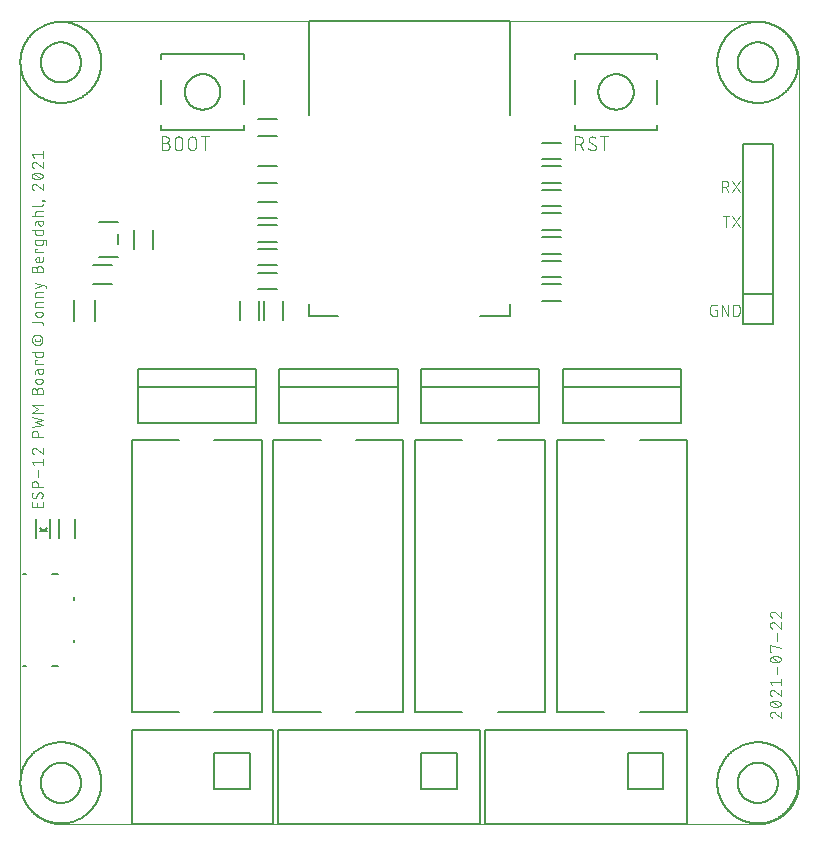
<source format=gto>
G75*
%MOIN*%
%OFA0B0*%
%FSLAX25Y25*%
%IPPOS*%
%LPD*%
%AMOC8*
5,1,8,0,0,1.08239X$1,22.5*
%
%ADD10C,0.00000*%
%ADD11C,0.00400*%
%ADD12C,0.00300*%
%ADD13C,0.00500*%
%ADD14C,0.00600*%
D10*
X0024622Y0016411D02*
X0256906Y0016411D01*
X0256906Y0016410D02*
X0257239Y0016414D01*
X0257572Y0016426D01*
X0257904Y0016446D01*
X0258236Y0016474D01*
X0258567Y0016510D01*
X0258897Y0016555D01*
X0259226Y0016607D01*
X0259554Y0016667D01*
X0259880Y0016735D01*
X0260204Y0016810D01*
X0260526Y0016894D01*
X0260846Y0016985D01*
X0261164Y0017084D01*
X0261480Y0017191D01*
X0261792Y0017305D01*
X0262102Y0017427D01*
X0262409Y0017557D01*
X0262713Y0017693D01*
X0263013Y0017837D01*
X0263310Y0017988D01*
X0263603Y0018147D01*
X0263892Y0018312D01*
X0264177Y0018484D01*
X0264458Y0018663D01*
X0264734Y0018849D01*
X0265006Y0019042D01*
X0265273Y0019241D01*
X0265535Y0019446D01*
X0265792Y0019658D01*
X0266044Y0019876D01*
X0266290Y0020099D01*
X0266531Y0020329D01*
X0266767Y0020565D01*
X0266997Y0020806D01*
X0267220Y0021052D01*
X0267438Y0021304D01*
X0267650Y0021561D01*
X0267855Y0021823D01*
X0268054Y0022090D01*
X0268247Y0022362D01*
X0268433Y0022638D01*
X0268612Y0022919D01*
X0268784Y0023204D01*
X0268949Y0023493D01*
X0269108Y0023786D01*
X0269259Y0024083D01*
X0269403Y0024383D01*
X0269539Y0024687D01*
X0269669Y0024994D01*
X0269791Y0025304D01*
X0269905Y0025616D01*
X0270012Y0025932D01*
X0270111Y0026250D01*
X0270202Y0026570D01*
X0270286Y0026892D01*
X0270361Y0027216D01*
X0270429Y0027542D01*
X0270489Y0027870D01*
X0270541Y0028199D01*
X0270586Y0028529D01*
X0270622Y0028860D01*
X0270650Y0029192D01*
X0270670Y0029524D01*
X0270682Y0029857D01*
X0270686Y0030190D01*
X0270685Y0030190D02*
X0270685Y0270348D01*
X0270686Y0270348D02*
X0270682Y0270681D01*
X0270670Y0271014D01*
X0270650Y0271346D01*
X0270622Y0271678D01*
X0270586Y0272009D01*
X0270541Y0272339D01*
X0270489Y0272668D01*
X0270429Y0272996D01*
X0270361Y0273322D01*
X0270286Y0273646D01*
X0270202Y0273968D01*
X0270111Y0274288D01*
X0270012Y0274606D01*
X0269905Y0274922D01*
X0269791Y0275234D01*
X0269669Y0275544D01*
X0269539Y0275851D01*
X0269403Y0276155D01*
X0269259Y0276455D01*
X0269108Y0276752D01*
X0268949Y0277045D01*
X0268784Y0277334D01*
X0268612Y0277619D01*
X0268433Y0277900D01*
X0268247Y0278176D01*
X0268054Y0278448D01*
X0267855Y0278715D01*
X0267650Y0278977D01*
X0267438Y0279234D01*
X0267220Y0279486D01*
X0266997Y0279732D01*
X0266767Y0279973D01*
X0266531Y0280209D01*
X0266290Y0280439D01*
X0266044Y0280662D01*
X0265792Y0280880D01*
X0265535Y0281092D01*
X0265273Y0281297D01*
X0265006Y0281496D01*
X0264734Y0281689D01*
X0264458Y0281875D01*
X0264177Y0282054D01*
X0263892Y0282226D01*
X0263603Y0282391D01*
X0263310Y0282550D01*
X0263013Y0282701D01*
X0262713Y0282845D01*
X0262409Y0282981D01*
X0262102Y0283111D01*
X0261792Y0283233D01*
X0261480Y0283347D01*
X0261164Y0283454D01*
X0260846Y0283553D01*
X0260526Y0283644D01*
X0260204Y0283728D01*
X0259880Y0283803D01*
X0259554Y0283871D01*
X0259226Y0283931D01*
X0258897Y0283983D01*
X0258567Y0284028D01*
X0258236Y0284064D01*
X0257904Y0284092D01*
X0257572Y0284112D01*
X0257239Y0284124D01*
X0256906Y0284128D01*
X0256906Y0284127D02*
X0024622Y0284127D01*
X0024622Y0284128D02*
X0024289Y0284124D01*
X0023956Y0284112D01*
X0023624Y0284092D01*
X0023292Y0284064D01*
X0022961Y0284028D01*
X0022631Y0283983D01*
X0022302Y0283931D01*
X0021974Y0283871D01*
X0021648Y0283803D01*
X0021324Y0283728D01*
X0021002Y0283644D01*
X0020682Y0283553D01*
X0020364Y0283454D01*
X0020048Y0283347D01*
X0019736Y0283233D01*
X0019426Y0283111D01*
X0019119Y0282981D01*
X0018815Y0282845D01*
X0018515Y0282701D01*
X0018218Y0282550D01*
X0017925Y0282391D01*
X0017636Y0282226D01*
X0017351Y0282054D01*
X0017070Y0281875D01*
X0016794Y0281689D01*
X0016522Y0281496D01*
X0016255Y0281297D01*
X0015993Y0281092D01*
X0015736Y0280880D01*
X0015484Y0280662D01*
X0015238Y0280439D01*
X0014997Y0280209D01*
X0014761Y0279973D01*
X0014531Y0279732D01*
X0014308Y0279486D01*
X0014090Y0279234D01*
X0013878Y0278977D01*
X0013673Y0278715D01*
X0013474Y0278448D01*
X0013281Y0278176D01*
X0013095Y0277900D01*
X0012916Y0277619D01*
X0012744Y0277334D01*
X0012579Y0277045D01*
X0012420Y0276752D01*
X0012269Y0276455D01*
X0012125Y0276155D01*
X0011989Y0275851D01*
X0011859Y0275544D01*
X0011737Y0275234D01*
X0011623Y0274922D01*
X0011516Y0274606D01*
X0011417Y0274288D01*
X0011326Y0273968D01*
X0011242Y0273646D01*
X0011167Y0273322D01*
X0011099Y0272996D01*
X0011039Y0272668D01*
X0010987Y0272339D01*
X0010942Y0272009D01*
X0010906Y0271678D01*
X0010878Y0271346D01*
X0010858Y0271014D01*
X0010846Y0270681D01*
X0010842Y0270348D01*
X0010843Y0270348D02*
X0010843Y0030190D01*
X0010842Y0030190D02*
X0010846Y0029857D01*
X0010858Y0029524D01*
X0010878Y0029192D01*
X0010906Y0028860D01*
X0010942Y0028529D01*
X0010987Y0028199D01*
X0011039Y0027870D01*
X0011099Y0027542D01*
X0011167Y0027216D01*
X0011242Y0026892D01*
X0011326Y0026570D01*
X0011417Y0026250D01*
X0011516Y0025932D01*
X0011623Y0025616D01*
X0011737Y0025304D01*
X0011859Y0024994D01*
X0011989Y0024687D01*
X0012125Y0024383D01*
X0012269Y0024083D01*
X0012420Y0023786D01*
X0012579Y0023493D01*
X0012744Y0023204D01*
X0012916Y0022919D01*
X0013095Y0022638D01*
X0013281Y0022362D01*
X0013474Y0022090D01*
X0013673Y0021823D01*
X0013878Y0021561D01*
X0014090Y0021304D01*
X0014308Y0021052D01*
X0014531Y0020806D01*
X0014761Y0020565D01*
X0014997Y0020329D01*
X0015238Y0020099D01*
X0015484Y0019876D01*
X0015736Y0019658D01*
X0015993Y0019446D01*
X0016255Y0019241D01*
X0016522Y0019042D01*
X0016794Y0018849D01*
X0017070Y0018663D01*
X0017351Y0018484D01*
X0017636Y0018312D01*
X0017925Y0018147D01*
X0018218Y0017988D01*
X0018515Y0017837D01*
X0018815Y0017693D01*
X0019119Y0017557D01*
X0019426Y0017427D01*
X0019736Y0017305D01*
X0020048Y0017191D01*
X0020364Y0017084D01*
X0020682Y0016985D01*
X0021002Y0016894D01*
X0021324Y0016810D01*
X0021648Y0016735D01*
X0021974Y0016667D01*
X0022302Y0016607D01*
X0022631Y0016555D01*
X0022961Y0016510D01*
X0023292Y0016474D01*
X0023624Y0016446D01*
X0023956Y0016426D01*
X0024289Y0016414D01*
X0024622Y0016410D01*
D11*
X0058287Y0241020D02*
X0058287Y0245620D01*
X0059564Y0245620D01*
X0059627Y0245618D01*
X0059690Y0245612D01*
X0059752Y0245603D01*
X0059813Y0245589D01*
X0059874Y0245572D01*
X0059933Y0245551D01*
X0059991Y0245526D01*
X0060048Y0245498D01*
X0060102Y0245467D01*
X0060154Y0245432D01*
X0060205Y0245394D01*
X0060253Y0245353D01*
X0060298Y0245309D01*
X0060340Y0245263D01*
X0060380Y0245214D01*
X0060416Y0245163D01*
X0060449Y0245109D01*
X0060479Y0245054D01*
X0060505Y0244996D01*
X0060528Y0244938D01*
X0060547Y0244878D01*
X0060562Y0244817D01*
X0060574Y0244755D01*
X0060582Y0244692D01*
X0060586Y0244629D01*
X0060586Y0244567D01*
X0060582Y0244504D01*
X0060574Y0244441D01*
X0060562Y0244379D01*
X0060547Y0244318D01*
X0060528Y0244258D01*
X0060505Y0244200D01*
X0060479Y0244142D01*
X0060449Y0244087D01*
X0060416Y0244033D01*
X0060380Y0243982D01*
X0060340Y0243933D01*
X0060298Y0243887D01*
X0060253Y0243843D01*
X0060205Y0243802D01*
X0060154Y0243764D01*
X0060102Y0243729D01*
X0060048Y0243698D01*
X0059991Y0243670D01*
X0059933Y0243645D01*
X0059874Y0243624D01*
X0059813Y0243607D01*
X0059752Y0243593D01*
X0059690Y0243584D01*
X0059627Y0243578D01*
X0059564Y0243576D01*
X0058287Y0243576D01*
X0059564Y0243576D02*
X0059634Y0243574D01*
X0059705Y0243568D01*
X0059774Y0243559D01*
X0059843Y0243545D01*
X0059912Y0243528D01*
X0059979Y0243507D01*
X0060045Y0243482D01*
X0060109Y0243454D01*
X0060172Y0243422D01*
X0060233Y0243387D01*
X0060292Y0243348D01*
X0060349Y0243307D01*
X0060403Y0243262D01*
X0060455Y0243214D01*
X0060504Y0243164D01*
X0060551Y0243110D01*
X0060594Y0243055D01*
X0060634Y0242997D01*
X0060671Y0242937D01*
X0060704Y0242875D01*
X0060734Y0242811D01*
X0060761Y0242746D01*
X0060784Y0242680D01*
X0060803Y0242612D01*
X0060818Y0242543D01*
X0060830Y0242474D01*
X0060838Y0242404D01*
X0060842Y0242333D01*
X0060842Y0242263D01*
X0060838Y0242192D01*
X0060830Y0242122D01*
X0060818Y0242053D01*
X0060803Y0241984D01*
X0060784Y0241916D01*
X0060761Y0241850D01*
X0060734Y0241785D01*
X0060704Y0241721D01*
X0060671Y0241659D01*
X0060634Y0241599D01*
X0060594Y0241541D01*
X0060551Y0241486D01*
X0060504Y0241432D01*
X0060455Y0241382D01*
X0060403Y0241334D01*
X0060349Y0241289D01*
X0060292Y0241248D01*
X0060233Y0241209D01*
X0060172Y0241174D01*
X0060109Y0241142D01*
X0060045Y0241114D01*
X0059979Y0241089D01*
X0059912Y0241068D01*
X0059843Y0241051D01*
X0059774Y0241037D01*
X0059705Y0241028D01*
X0059634Y0241022D01*
X0059564Y0241020D01*
X0058287Y0241020D01*
X0062570Y0242298D02*
X0062570Y0244342D01*
X0062572Y0244412D01*
X0062578Y0244483D01*
X0062587Y0244552D01*
X0062601Y0244621D01*
X0062618Y0244690D01*
X0062639Y0244757D01*
X0062664Y0244823D01*
X0062692Y0244887D01*
X0062724Y0244950D01*
X0062759Y0245011D01*
X0062798Y0245070D01*
X0062839Y0245127D01*
X0062884Y0245181D01*
X0062932Y0245233D01*
X0062982Y0245282D01*
X0063036Y0245329D01*
X0063091Y0245372D01*
X0063149Y0245412D01*
X0063209Y0245449D01*
X0063271Y0245482D01*
X0063335Y0245512D01*
X0063400Y0245539D01*
X0063466Y0245562D01*
X0063534Y0245581D01*
X0063603Y0245596D01*
X0063672Y0245608D01*
X0063742Y0245616D01*
X0063813Y0245620D01*
X0063883Y0245620D01*
X0063954Y0245616D01*
X0064024Y0245608D01*
X0064093Y0245596D01*
X0064162Y0245581D01*
X0064230Y0245562D01*
X0064296Y0245539D01*
X0064361Y0245512D01*
X0064425Y0245482D01*
X0064487Y0245449D01*
X0064547Y0245412D01*
X0064605Y0245372D01*
X0064660Y0245329D01*
X0064714Y0245282D01*
X0064764Y0245233D01*
X0064812Y0245181D01*
X0064857Y0245127D01*
X0064898Y0245070D01*
X0064937Y0245011D01*
X0064972Y0244950D01*
X0065004Y0244887D01*
X0065032Y0244823D01*
X0065057Y0244757D01*
X0065078Y0244690D01*
X0065095Y0244621D01*
X0065109Y0244552D01*
X0065118Y0244483D01*
X0065124Y0244412D01*
X0065126Y0244342D01*
X0065125Y0244342D02*
X0065125Y0242298D01*
X0065126Y0242298D02*
X0065124Y0242228D01*
X0065118Y0242157D01*
X0065109Y0242088D01*
X0065095Y0242019D01*
X0065078Y0241950D01*
X0065057Y0241883D01*
X0065032Y0241817D01*
X0065004Y0241753D01*
X0064972Y0241690D01*
X0064937Y0241629D01*
X0064898Y0241570D01*
X0064857Y0241513D01*
X0064812Y0241459D01*
X0064764Y0241407D01*
X0064714Y0241358D01*
X0064660Y0241311D01*
X0064605Y0241268D01*
X0064547Y0241228D01*
X0064487Y0241191D01*
X0064425Y0241158D01*
X0064361Y0241128D01*
X0064296Y0241101D01*
X0064230Y0241078D01*
X0064162Y0241059D01*
X0064093Y0241044D01*
X0064024Y0241032D01*
X0063954Y0241024D01*
X0063883Y0241020D01*
X0063813Y0241020D01*
X0063742Y0241024D01*
X0063672Y0241032D01*
X0063603Y0241044D01*
X0063534Y0241059D01*
X0063466Y0241078D01*
X0063400Y0241101D01*
X0063335Y0241128D01*
X0063271Y0241158D01*
X0063209Y0241191D01*
X0063149Y0241228D01*
X0063091Y0241268D01*
X0063036Y0241311D01*
X0062982Y0241358D01*
X0062932Y0241407D01*
X0062884Y0241459D01*
X0062839Y0241513D01*
X0062798Y0241570D01*
X0062759Y0241629D01*
X0062724Y0241690D01*
X0062692Y0241753D01*
X0062664Y0241817D01*
X0062639Y0241883D01*
X0062618Y0241950D01*
X0062601Y0242019D01*
X0062587Y0242088D01*
X0062578Y0242157D01*
X0062572Y0242228D01*
X0062570Y0242298D01*
X0067070Y0242298D02*
X0067070Y0244342D01*
X0067072Y0244412D01*
X0067078Y0244483D01*
X0067087Y0244552D01*
X0067101Y0244621D01*
X0067118Y0244690D01*
X0067139Y0244757D01*
X0067164Y0244823D01*
X0067192Y0244887D01*
X0067224Y0244950D01*
X0067259Y0245011D01*
X0067298Y0245070D01*
X0067339Y0245127D01*
X0067384Y0245181D01*
X0067432Y0245233D01*
X0067482Y0245282D01*
X0067536Y0245329D01*
X0067591Y0245372D01*
X0067649Y0245412D01*
X0067709Y0245449D01*
X0067771Y0245482D01*
X0067835Y0245512D01*
X0067900Y0245539D01*
X0067966Y0245562D01*
X0068034Y0245581D01*
X0068103Y0245596D01*
X0068172Y0245608D01*
X0068242Y0245616D01*
X0068313Y0245620D01*
X0068383Y0245620D01*
X0068454Y0245616D01*
X0068524Y0245608D01*
X0068593Y0245596D01*
X0068662Y0245581D01*
X0068730Y0245562D01*
X0068796Y0245539D01*
X0068861Y0245512D01*
X0068925Y0245482D01*
X0068987Y0245449D01*
X0069047Y0245412D01*
X0069105Y0245372D01*
X0069160Y0245329D01*
X0069214Y0245282D01*
X0069264Y0245233D01*
X0069312Y0245181D01*
X0069357Y0245127D01*
X0069398Y0245070D01*
X0069437Y0245011D01*
X0069472Y0244950D01*
X0069504Y0244887D01*
X0069532Y0244823D01*
X0069557Y0244757D01*
X0069578Y0244690D01*
X0069595Y0244621D01*
X0069609Y0244552D01*
X0069618Y0244483D01*
X0069624Y0244412D01*
X0069626Y0244342D01*
X0069625Y0244342D02*
X0069625Y0242298D01*
X0069626Y0242298D02*
X0069624Y0242228D01*
X0069618Y0242157D01*
X0069609Y0242088D01*
X0069595Y0242019D01*
X0069578Y0241950D01*
X0069557Y0241883D01*
X0069532Y0241817D01*
X0069504Y0241753D01*
X0069472Y0241690D01*
X0069437Y0241629D01*
X0069398Y0241570D01*
X0069357Y0241513D01*
X0069312Y0241459D01*
X0069264Y0241407D01*
X0069214Y0241358D01*
X0069160Y0241311D01*
X0069105Y0241268D01*
X0069047Y0241228D01*
X0068987Y0241191D01*
X0068925Y0241158D01*
X0068861Y0241128D01*
X0068796Y0241101D01*
X0068730Y0241078D01*
X0068662Y0241059D01*
X0068593Y0241044D01*
X0068524Y0241032D01*
X0068454Y0241024D01*
X0068383Y0241020D01*
X0068313Y0241020D01*
X0068242Y0241024D01*
X0068172Y0241032D01*
X0068103Y0241044D01*
X0068034Y0241059D01*
X0067966Y0241078D01*
X0067900Y0241101D01*
X0067835Y0241128D01*
X0067771Y0241158D01*
X0067709Y0241191D01*
X0067649Y0241228D01*
X0067591Y0241268D01*
X0067536Y0241311D01*
X0067482Y0241358D01*
X0067432Y0241407D01*
X0067384Y0241459D01*
X0067339Y0241513D01*
X0067298Y0241570D01*
X0067259Y0241629D01*
X0067224Y0241690D01*
X0067192Y0241753D01*
X0067164Y0241817D01*
X0067139Y0241883D01*
X0067118Y0241950D01*
X0067101Y0242019D01*
X0067087Y0242088D01*
X0067078Y0242157D01*
X0067072Y0242228D01*
X0067070Y0242298D01*
X0071270Y0245620D02*
X0073825Y0245620D01*
X0072548Y0245620D02*
X0072548Y0241020D01*
X0196082Y0241020D02*
X0196082Y0245620D01*
X0197360Y0245620D01*
X0197430Y0245618D01*
X0197501Y0245612D01*
X0197570Y0245603D01*
X0197639Y0245589D01*
X0197708Y0245572D01*
X0197775Y0245551D01*
X0197841Y0245526D01*
X0197905Y0245498D01*
X0197968Y0245466D01*
X0198029Y0245431D01*
X0198088Y0245392D01*
X0198145Y0245351D01*
X0198199Y0245306D01*
X0198251Y0245258D01*
X0198300Y0245208D01*
X0198347Y0245154D01*
X0198390Y0245099D01*
X0198430Y0245041D01*
X0198467Y0244981D01*
X0198500Y0244919D01*
X0198530Y0244855D01*
X0198557Y0244790D01*
X0198580Y0244724D01*
X0198599Y0244656D01*
X0198614Y0244587D01*
X0198626Y0244518D01*
X0198634Y0244448D01*
X0198638Y0244377D01*
X0198638Y0244307D01*
X0198634Y0244236D01*
X0198626Y0244166D01*
X0198614Y0244097D01*
X0198599Y0244028D01*
X0198580Y0243960D01*
X0198557Y0243894D01*
X0198530Y0243829D01*
X0198500Y0243765D01*
X0198467Y0243703D01*
X0198430Y0243643D01*
X0198390Y0243585D01*
X0198347Y0243530D01*
X0198300Y0243476D01*
X0198251Y0243426D01*
X0198199Y0243378D01*
X0198145Y0243333D01*
X0198088Y0243292D01*
X0198029Y0243253D01*
X0197968Y0243218D01*
X0197905Y0243186D01*
X0197841Y0243158D01*
X0197775Y0243133D01*
X0197708Y0243112D01*
X0197639Y0243095D01*
X0197570Y0243081D01*
X0197501Y0243072D01*
X0197430Y0243066D01*
X0197360Y0243064D01*
X0196082Y0243064D01*
X0197615Y0243064D02*
X0198637Y0241020D01*
X0202447Y0242936D02*
X0202501Y0242902D01*
X0202552Y0242865D01*
X0202601Y0242825D01*
X0202648Y0242782D01*
X0202691Y0242736D01*
X0202732Y0242688D01*
X0202770Y0242637D01*
X0202805Y0242584D01*
X0202837Y0242529D01*
X0202865Y0242472D01*
X0202889Y0242414D01*
X0202910Y0242354D01*
X0202927Y0242293D01*
X0202941Y0242231D01*
X0202950Y0242168D01*
X0202956Y0242105D01*
X0202958Y0242042D01*
X0202956Y0241980D01*
X0202951Y0241919D01*
X0202941Y0241858D01*
X0202928Y0241797D01*
X0202912Y0241738D01*
X0202892Y0241680D01*
X0202868Y0241623D01*
X0202841Y0241567D01*
X0202811Y0241513D01*
X0202777Y0241461D01*
X0202741Y0241412D01*
X0202701Y0241364D01*
X0202659Y0241319D01*
X0202614Y0241277D01*
X0202566Y0241237D01*
X0202517Y0241201D01*
X0202465Y0241167D01*
X0202411Y0241137D01*
X0202355Y0241110D01*
X0202298Y0241086D01*
X0202240Y0241066D01*
X0202181Y0241050D01*
X0202120Y0241037D01*
X0202059Y0241027D01*
X0201998Y0241022D01*
X0201936Y0241020D01*
X0202447Y0242937D02*
X0201042Y0243703D01*
X0201553Y0245620D02*
X0201635Y0245618D01*
X0201717Y0245613D01*
X0201799Y0245604D01*
X0201880Y0245592D01*
X0201961Y0245576D01*
X0202041Y0245557D01*
X0202120Y0245534D01*
X0202198Y0245508D01*
X0202275Y0245479D01*
X0202350Y0245446D01*
X0202424Y0245410D01*
X0202497Y0245372D01*
X0202568Y0245330D01*
X0202636Y0245285D01*
X0202703Y0245237D01*
X0201042Y0243704D02*
X0200988Y0243738D01*
X0200937Y0243775D01*
X0200888Y0243815D01*
X0200841Y0243858D01*
X0200798Y0243904D01*
X0200757Y0243952D01*
X0200719Y0244003D01*
X0200684Y0244056D01*
X0200652Y0244111D01*
X0200624Y0244168D01*
X0200600Y0244226D01*
X0200579Y0244286D01*
X0200562Y0244347D01*
X0200548Y0244409D01*
X0200539Y0244472D01*
X0200533Y0244535D01*
X0200531Y0244598D01*
X0200533Y0244660D01*
X0200538Y0244721D01*
X0200548Y0244782D01*
X0200561Y0244843D01*
X0200577Y0244902D01*
X0200597Y0244960D01*
X0200621Y0245017D01*
X0200648Y0245073D01*
X0200678Y0245127D01*
X0200712Y0245179D01*
X0200749Y0245228D01*
X0200788Y0245276D01*
X0200830Y0245321D01*
X0200875Y0245363D01*
X0200923Y0245403D01*
X0200972Y0245439D01*
X0201024Y0245473D01*
X0201078Y0245503D01*
X0201134Y0245530D01*
X0201191Y0245554D01*
X0201249Y0245574D01*
X0201308Y0245590D01*
X0201369Y0245603D01*
X0201430Y0245613D01*
X0201491Y0245618D01*
X0201553Y0245620D01*
X0200403Y0241659D02*
X0200467Y0241596D01*
X0200535Y0241537D01*
X0200604Y0241480D01*
X0200676Y0241426D01*
X0200750Y0241375D01*
X0200826Y0241327D01*
X0200903Y0241283D01*
X0200983Y0241242D01*
X0201064Y0241204D01*
X0201147Y0241169D01*
X0201231Y0241138D01*
X0201317Y0241111D01*
X0201403Y0241087D01*
X0201491Y0241066D01*
X0201579Y0241050D01*
X0201668Y0241037D01*
X0201757Y0241027D01*
X0201846Y0241022D01*
X0201936Y0241020D01*
X0205731Y0241020D02*
X0205731Y0245620D01*
X0207008Y0245620D02*
X0204453Y0245620D01*
D12*
X0245011Y0230890D02*
X0245011Y0227190D01*
X0245011Y0228835D02*
X0246039Y0228835D01*
X0246245Y0228835D02*
X0247067Y0227190D01*
X0248383Y0227190D02*
X0250850Y0230890D01*
X0248383Y0230890D02*
X0250850Y0227190D01*
X0246039Y0228835D02*
X0246102Y0228837D01*
X0246165Y0228843D01*
X0246228Y0228853D01*
X0246290Y0228866D01*
X0246351Y0228883D01*
X0246410Y0228904D01*
X0246469Y0228929D01*
X0246525Y0228957D01*
X0246580Y0228989D01*
X0246633Y0229024D01*
X0246683Y0229062D01*
X0246732Y0229103D01*
X0246777Y0229147D01*
X0246820Y0229194D01*
X0246859Y0229243D01*
X0246896Y0229295D01*
X0246929Y0229349D01*
X0246959Y0229405D01*
X0246986Y0229462D01*
X0247009Y0229521D01*
X0247028Y0229582D01*
X0247043Y0229643D01*
X0247055Y0229705D01*
X0247063Y0229768D01*
X0247067Y0229831D01*
X0247067Y0229895D01*
X0247063Y0229958D01*
X0247055Y0230021D01*
X0247043Y0230083D01*
X0247028Y0230144D01*
X0247009Y0230205D01*
X0246986Y0230264D01*
X0246959Y0230321D01*
X0246929Y0230377D01*
X0246896Y0230431D01*
X0246859Y0230483D01*
X0246820Y0230532D01*
X0246777Y0230579D01*
X0246732Y0230623D01*
X0246683Y0230664D01*
X0246633Y0230702D01*
X0246580Y0230737D01*
X0246525Y0230769D01*
X0246469Y0230797D01*
X0246410Y0230822D01*
X0246351Y0230843D01*
X0246290Y0230860D01*
X0246228Y0230873D01*
X0246165Y0230883D01*
X0246102Y0230889D01*
X0246039Y0230891D01*
X0246039Y0230890D02*
X0245011Y0230890D01*
X0245229Y0219079D02*
X0247284Y0219079D01*
X0246257Y0219079D02*
X0246257Y0215379D01*
X0248383Y0215379D02*
X0250850Y0219079D01*
X0248383Y0219079D02*
X0250850Y0215379D01*
X0249822Y0189552D02*
X0248794Y0189552D01*
X0248794Y0185852D01*
X0249822Y0185852D01*
X0249884Y0185854D01*
X0249946Y0185859D01*
X0250007Y0185869D01*
X0250068Y0185882D01*
X0250128Y0185899D01*
X0250187Y0185919D01*
X0250244Y0185943D01*
X0250300Y0185970D01*
X0250354Y0186000D01*
X0250406Y0186034D01*
X0250456Y0186071D01*
X0250504Y0186111D01*
X0250549Y0186153D01*
X0250591Y0186198D01*
X0250631Y0186246D01*
X0250668Y0186296D01*
X0250702Y0186348D01*
X0250732Y0186402D01*
X0250759Y0186458D01*
X0250783Y0186515D01*
X0250803Y0186574D01*
X0250820Y0186634D01*
X0250833Y0186695D01*
X0250843Y0186756D01*
X0250848Y0186818D01*
X0250850Y0186880D01*
X0250850Y0188524D01*
X0250848Y0188586D01*
X0250843Y0188648D01*
X0250833Y0188709D01*
X0250820Y0188770D01*
X0250803Y0188830D01*
X0250783Y0188889D01*
X0250759Y0188946D01*
X0250732Y0189002D01*
X0250702Y0189056D01*
X0250668Y0189108D01*
X0250631Y0189158D01*
X0250591Y0189206D01*
X0250549Y0189251D01*
X0250504Y0189293D01*
X0250456Y0189333D01*
X0250406Y0189370D01*
X0250354Y0189404D01*
X0250300Y0189434D01*
X0250244Y0189461D01*
X0250187Y0189485D01*
X0250128Y0189505D01*
X0250068Y0189522D01*
X0250007Y0189535D01*
X0249946Y0189545D01*
X0249884Y0189550D01*
X0249822Y0189552D01*
X0247010Y0189552D02*
X0247010Y0185852D01*
X0244954Y0189552D01*
X0244954Y0185852D01*
X0243170Y0185852D02*
X0241937Y0185852D01*
X0241881Y0185854D01*
X0241825Y0185860D01*
X0241770Y0185869D01*
X0241715Y0185882D01*
X0241662Y0185899D01*
X0241610Y0185920D01*
X0241559Y0185944D01*
X0241510Y0185972D01*
X0241463Y0186002D01*
X0241418Y0186036D01*
X0241376Y0186073D01*
X0241336Y0186113D01*
X0241299Y0186155D01*
X0241265Y0186200D01*
X0241235Y0186247D01*
X0241207Y0186296D01*
X0241183Y0186347D01*
X0241162Y0186399D01*
X0241145Y0186452D01*
X0241132Y0186507D01*
X0241123Y0186562D01*
X0241117Y0186618D01*
X0241115Y0186674D01*
X0241114Y0186674D02*
X0241114Y0188730D01*
X0241115Y0188730D02*
X0241117Y0188786D01*
X0241123Y0188842D01*
X0241132Y0188897D01*
X0241145Y0188952D01*
X0241162Y0189005D01*
X0241183Y0189057D01*
X0241207Y0189108D01*
X0241235Y0189157D01*
X0241265Y0189204D01*
X0241299Y0189249D01*
X0241336Y0189291D01*
X0241376Y0189331D01*
X0241418Y0189368D01*
X0241463Y0189402D01*
X0241510Y0189432D01*
X0241559Y0189460D01*
X0241610Y0189484D01*
X0241662Y0189505D01*
X0241715Y0189522D01*
X0241770Y0189535D01*
X0241825Y0189544D01*
X0241881Y0189550D01*
X0241937Y0189552D01*
X0243170Y0189552D01*
X0243170Y0187907D02*
X0243170Y0185852D01*
X0243170Y0187907D02*
X0242553Y0187907D01*
X0262574Y0086960D02*
X0264630Y0085212D01*
X0264630Y0087268D01*
X0261752Y0085213D02*
X0261688Y0085236D01*
X0261625Y0085262D01*
X0261564Y0085292D01*
X0261505Y0085325D01*
X0261448Y0085362D01*
X0261393Y0085402D01*
X0261341Y0085445D01*
X0261291Y0085491D01*
X0261243Y0085539D01*
X0261199Y0085590D01*
X0261157Y0085644D01*
X0261119Y0085700D01*
X0261084Y0085758D01*
X0261052Y0085818D01*
X0261024Y0085880D01*
X0260999Y0085943D01*
X0260978Y0086008D01*
X0260961Y0086074D01*
X0260947Y0086140D01*
X0260938Y0086207D01*
X0260932Y0086275D01*
X0260930Y0086343D01*
X0260932Y0086401D01*
X0260937Y0086459D01*
X0260946Y0086516D01*
X0260959Y0086573D01*
X0260975Y0086629D01*
X0260995Y0086684D01*
X0261018Y0086737D01*
X0261044Y0086789D01*
X0261074Y0086839D01*
X0261107Y0086887D01*
X0261142Y0086933D01*
X0261181Y0086976D01*
X0261222Y0087017D01*
X0261265Y0087056D01*
X0261311Y0087091D01*
X0261359Y0087124D01*
X0261409Y0087154D01*
X0261461Y0087180D01*
X0261514Y0087203D01*
X0261569Y0087223D01*
X0261625Y0087239D01*
X0261682Y0087252D01*
X0261739Y0087261D01*
X0261797Y0087266D01*
X0261855Y0087268D01*
X0261917Y0087266D01*
X0261979Y0087260D01*
X0262040Y0087251D01*
X0262100Y0087237D01*
X0262160Y0087220D01*
X0262218Y0087199D01*
X0262275Y0087175D01*
X0262330Y0087147D01*
X0262384Y0087116D01*
X0262435Y0087081D01*
X0262484Y0087044D01*
X0262531Y0087003D01*
X0262575Y0086960D01*
X0262574Y0083360D02*
X0264630Y0081612D01*
X0264630Y0083668D01*
X0261752Y0081613D02*
X0261688Y0081636D01*
X0261625Y0081662D01*
X0261564Y0081692D01*
X0261505Y0081725D01*
X0261448Y0081762D01*
X0261393Y0081802D01*
X0261341Y0081845D01*
X0261291Y0081891D01*
X0261243Y0081939D01*
X0261199Y0081990D01*
X0261157Y0082044D01*
X0261119Y0082100D01*
X0261084Y0082158D01*
X0261052Y0082218D01*
X0261024Y0082280D01*
X0260999Y0082343D01*
X0260978Y0082408D01*
X0260961Y0082474D01*
X0260947Y0082540D01*
X0260938Y0082607D01*
X0260932Y0082675D01*
X0260930Y0082743D01*
X0260932Y0082801D01*
X0260937Y0082859D01*
X0260946Y0082916D01*
X0260959Y0082973D01*
X0260975Y0083029D01*
X0260995Y0083084D01*
X0261018Y0083137D01*
X0261044Y0083189D01*
X0261074Y0083239D01*
X0261107Y0083287D01*
X0261142Y0083333D01*
X0261181Y0083376D01*
X0261222Y0083417D01*
X0261265Y0083456D01*
X0261311Y0083491D01*
X0261359Y0083524D01*
X0261409Y0083554D01*
X0261461Y0083580D01*
X0261514Y0083603D01*
X0261569Y0083623D01*
X0261625Y0083639D01*
X0261682Y0083652D01*
X0261739Y0083661D01*
X0261797Y0083666D01*
X0261855Y0083668D01*
X0261917Y0083666D01*
X0261979Y0083660D01*
X0262040Y0083651D01*
X0262100Y0083637D01*
X0262160Y0083620D01*
X0262218Y0083599D01*
X0262275Y0083575D01*
X0262330Y0083547D01*
X0262384Y0083516D01*
X0262435Y0083481D01*
X0262484Y0083444D01*
X0262531Y0083403D01*
X0262575Y0083360D01*
X0263191Y0080033D02*
X0263191Y0077567D01*
X0260930Y0075988D02*
X0264630Y0074960D01*
X0264116Y0070641D02*
X0264020Y0070596D01*
X0263922Y0070555D01*
X0263822Y0070517D01*
X0263722Y0070482D01*
X0263620Y0070451D01*
X0263517Y0070423D01*
X0263414Y0070400D01*
X0263309Y0070379D01*
X0263204Y0070363D01*
X0263099Y0070350D01*
X0262993Y0070340D01*
X0262886Y0070335D01*
X0262780Y0070333D01*
X0262780Y0072388D02*
X0262674Y0072386D01*
X0262567Y0072381D01*
X0262461Y0072371D01*
X0262356Y0072358D01*
X0262251Y0072342D01*
X0262146Y0072321D01*
X0262043Y0072298D01*
X0261940Y0072270D01*
X0261838Y0072239D01*
X0261738Y0072204D01*
X0261638Y0072166D01*
X0261540Y0072125D01*
X0261444Y0072080D01*
X0261752Y0072182D02*
X0263807Y0070538D01*
X0264630Y0071360D02*
X0264628Y0071412D01*
X0264623Y0071465D01*
X0264614Y0071516D01*
X0264601Y0071567D01*
X0264585Y0071617D01*
X0264566Y0071666D01*
X0264543Y0071713D01*
X0264517Y0071759D01*
X0264488Y0071802D01*
X0264456Y0071844D01*
X0264422Y0071883D01*
X0264384Y0071920D01*
X0264344Y0071954D01*
X0264302Y0071986D01*
X0264258Y0072014D01*
X0264212Y0072039D01*
X0264165Y0072061D01*
X0264116Y0072080D01*
X0264630Y0071360D02*
X0264628Y0071308D01*
X0264623Y0071255D01*
X0264614Y0071204D01*
X0264601Y0071153D01*
X0264585Y0071103D01*
X0264566Y0071054D01*
X0264543Y0071007D01*
X0264517Y0070961D01*
X0264488Y0070918D01*
X0264456Y0070876D01*
X0264422Y0070837D01*
X0264384Y0070800D01*
X0264344Y0070766D01*
X0264302Y0070734D01*
X0264258Y0070706D01*
X0264212Y0070681D01*
X0264165Y0070659D01*
X0264116Y0070640D01*
X0264116Y0072080D02*
X0264020Y0072125D01*
X0263922Y0072166D01*
X0263822Y0072204D01*
X0263722Y0072239D01*
X0263620Y0072270D01*
X0263517Y0072298D01*
X0263414Y0072321D01*
X0263309Y0072342D01*
X0263204Y0072358D01*
X0263099Y0072371D01*
X0262993Y0072381D01*
X0262886Y0072386D01*
X0262780Y0072388D01*
X0262780Y0070332D02*
X0262674Y0070334D01*
X0262567Y0070339D01*
X0262461Y0070349D01*
X0262356Y0070362D01*
X0262251Y0070378D01*
X0262146Y0070399D01*
X0262043Y0070422D01*
X0261940Y0070450D01*
X0261838Y0070481D01*
X0261738Y0070516D01*
X0261638Y0070554D01*
X0261540Y0070595D01*
X0261444Y0070640D01*
X0260929Y0071360D02*
X0260931Y0071412D01*
X0260936Y0071465D01*
X0260945Y0071516D01*
X0260958Y0071567D01*
X0260974Y0071617D01*
X0260993Y0071666D01*
X0261016Y0071713D01*
X0261042Y0071759D01*
X0261071Y0071802D01*
X0261103Y0071844D01*
X0261137Y0071883D01*
X0261175Y0071920D01*
X0261215Y0071954D01*
X0261257Y0071986D01*
X0261301Y0072014D01*
X0261347Y0072039D01*
X0261394Y0072061D01*
X0261443Y0072080D01*
X0260929Y0071360D02*
X0260931Y0071308D01*
X0260936Y0071255D01*
X0260945Y0071204D01*
X0260958Y0071153D01*
X0260974Y0071103D01*
X0260993Y0071054D01*
X0261016Y0071007D01*
X0261042Y0070961D01*
X0261071Y0070918D01*
X0261103Y0070876D01*
X0261137Y0070837D01*
X0261175Y0070800D01*
X0261215Y0070766D01*
X0261257Y0070734D01*
X0261301Y0070706D01*
X0261347Y0070681D01*
X0261394Y0070659D01*
X0261443Y0070640D01*
X0263191Y0068753D02*
X0263191Y0066287D01*
X0264630Y0064708D02*
X0264630Y0062652D01*
X0264630Y0063680D02*
X0260930Y0063680D01*
X0261752Y0062652D01*
X0262574Y0060800D02*
X0264630Y0059052D01*
X0264630Y0061108D01*
X0261752Y0059053D02*
X0261688Y0059076D01*
X0261625Y0059102D01*
X0261564Y0059132D01*
X0261505Y0059165D01*
X0261448Y0059202D01*
X0261393Y0059242D01*
X0261341Y0059285D01*
X0261291Y0059331D01*
X0261243Y0059379D01*
X0261199Y0059430D01*
X0261157Y0059484D01*
X0261119Y0059540D01*
X0261084Y0059598D01*
X0261052Y0059658D01*
X0261024Y0059720D01*
X0260999Y0059783D01*
X0260978Y0059848D01*
X0260961Y0059914D01*
X0260947Y0059980D01*
X0260938Y0060047D01*
X0260932Y0060115D01*
X0260930Y0060183D01*
X0260932Y0060241D01*
X0260937Y0060299D01*
X0260946Y0060356D01*
X0260959Y0060413D01*
X0260975Y0060469D01*
X0260995Y0060524D01*
X0261018Y0060577D01*
X0261044Y0060629D01*
X0261074Y0060679D01*
X0261107Y0060727D01*
X0261142Y0060773D01*
X0261181Y0060816D01*
X0261222Y0060857D01*
X0261265Y0060896D01*
X0261311Y0060931D01*
X0261359Y0060964D01*
X0261409Y0060994D01*
X0261461Y0061020D01*
X0261514Y0061043D01*
X0261569Y0061063D01*
X0261625Y0061079D01*
X0261682Y0061092D01*
X0261739Y0061101D01*
X0261797Y0061106D01*
X0261855Y0061108D01*
X0261917Y0061106D01*
X0261979Y0061100D01*
X0262040Y0061091D01*
X0262100Y0061077D01*
X0262160Y0061060D01*
X0262218Y0061039D01*
X0262275Y0061015D01*
X0262330Y0060987D01*
X0262384Y0060956D01*
X0262435Y0060921D01*
X0262484Y0060884D01*
X0262531Y0060843D01*
X0262575Y0060800D01*
X0264116Y0055761D02*
X0264020Y0055716D01*
X0263922Y0055675D01*
X0263822Y0055637D01*
X0263722Y0055602D01*
X0263620Y0055571D01*
X0263517Y0055543D01*
X0263414Y0055520D01*
X0263309Y0055499D01*
X0263204Y0055483D01*
X0263099Y0055470D01*
X0262993Y0055460D01*
X0262886Y0055455D01*
X0262780Y0055453D01*
X0262780Y0057508D02*
X0262674Y0057506D01*
X0262567Y0057501D01*
X0262461Y0057491D01*
X0262356Y0057478D01*
X0262251Y0057462D01*
X0262146Y0057441D01*
X0262043Y0057418D01*
X0261940Y0057390D01*
X0261838Y0057359D01*
X0261738Y0057324D01*
X0261638Y0057286D01*
X0261540Y0057245D01*
X0261444Y0057200D01*
X0261752Y0057302D02*
X0263807Y0055658D01*
X0264630Y0056480D02*
X0264628Y0056532D01*
X0264623Y0056585D01*
X0264614Y0056636D01*
X0264601Y0056687D01*
X0264585Y0056737D01*
X0264566Y0056786D01*
X0264543Y0056833D01*
X0264517Y0056879D01*
X0264488Y0056922D01*
X0264456Y0056964D01*
X0264422Y0057003D01*
X0264384Y0057040D01*
X0264344Y0057074D01*
X0264302Y0057106D01*
X0264258Y0057134D01*
X0264212Y0057159D01*
X0264165Y0057181D01*
X0264116Y0057200D01*
X0264630Y0056480D02*
X0264628Y0056428D01*
X0264623Y0056375D01*
X0264614Y0056324D01*
X0264601Y0056273D01*
X0264585Y0056223D01*
X0264566Y0056174D01*
X0264543Y0056127D01*
X0264517Y0056081D01*
X0264488Y0056038D01*
X0264456Y0055996D01*
X0264422Y0055957D01*
X0264384Y0055920D01*
X0264344Y0055886D01*
X0264302Y0055854D01*
X0264258Y0055826D01*
X0264212Y0055801D01*
X0264165Y0055779D01*
X0264116Y0055760D01*
X0264116Y0057200D02*
X0264020Y0057245D01*
X0263922Y0057286D01*
X0263822Y0057324D01*
X0263722Y0057359D01*
X0263620Y0057390D01*
X0263517Y0057418D01*
X0263414Y0057441D01*
X0263309Y0057462D01*
X0263204Y0057478D01*
X0263099Y0057491D01*
X0262993Y0057501D01*
X0262886Y0057506D01*
X0262780Y0057508D01*
X0262780Y0055453D02*
X0262674Y0055455D01*
X0262567Y0055460D01*
X0262461Y0055470D01*
X0262356Y0055483D01*
X0262251Y0055499D01*
X0262146Y0055520D01*
X0262043Y0055543D01*
X0261940Y0055571D01*
X0261838Y0055602D01*
X0261738Y0055637D01*
X0261638Y0055675D01*
X0261540Y0055716D01*
X0261444Y0055761D01*
X0260929Y0056480D02*
X0260931Y0056532D01*
X0260936Y0056585D01*
X0260945Y0056636D01*
X0260958Y0056687D01*
X0260974Y0056737D01*
X0260993Y0056786D01*
X0261016Y0056833D01*
X0261042Y0056879D01*
X0261071Y0056922D01*
X0261103Y0056964D01*
X0261137Y0057003D01*
X0261175Y0057040D01*
X0261215Y0057074D01*
X0261257Y0057106D01*
X0261301Y0057134D01*
X0261347Y0057159D01*
X0261394Y0057181D01*
X0261443Y0057200D01*
X0260929Y0056480D02*
X0260931Y0056428D01*
X0260936Y0056375D01*
X0260945Y0056324D01*
X0260958Y0056273D01*
X0260974Y0056223D01*
X0260993Y0056174D01*
X0261016Y0056127D01*
X0261042Y0056081D01*
X0261071Y0056038D01*
X0261103Y0055996D01*
X0261137Y0055957D01*
X0261175Y0055920D01*
X0261215Y0055886D01*
X0261257Y0055854D01*
X0261301Y0055826D01*
X0261347Y0055801D01*
X0261394Y0055779D01*
X0261443Y0055760D01*
X0262574Y0053600D02*
X0264630Y0051852D01*
X0264630Y0053908D01*
X0261752Y0051853D02*
X0261688Y0051876D01*
X0261625Y0051902D01*
X0261564Y0051932D01*
X0261505Y0051965D01*
X0261448Y0052002D01*
X0261393Y0052042D01*
X0261341Y0052085D01*
X0261291Y0052131D01*
X0261243Y0052179D01*
X0261199Y0052230D01*
X0261157Y0052284D01*
X0261119Y0052340D01*
X0261084Y0052398D01*
X0261052Y0052458D01*
X0261024Y0052520D01*
X0260999Y0052583D01*
X0260978Y0052648D01*
X0260961Y0052714D01*
X0260947Y0052780D01*
X0260938Y0052847D01*
X0260932Y0052915D01*
X0260930Y0052983D01*
X0260932Y0053041D01*
X0260937Y0053099D01*
X0260946Y0053156D01*
X0260959Y0053213D01*
X0260975Y0053269D01*
X0260995Y0053324D01*
X0261018Y0053377D01*
X0261044Y0053429D01*
X0261074Y0053479D01*
X0261107Y0053527D01*
X0261142Y0053573D01*
X0261181Y0053616D01*
X0261222Y0053657D01*
X0261265Y0053696D01*
X0261311Y0053731D01*
X0261359Y0053764D01*
X0261409Y0053794D01*
X0261461Y0053820D01*
X0261514Y0053843D01*
X0261569Y0053863D01*
X0261625Y0053879D01*
X0261682Y0053892D01*
X0261739Y0053901D01*
X0261797Y0053906D01*
X0261855Y0053908D01*
X0261917Y0053906D01*
X0261979Y0053900D01*
X0262040Y0053891D01*
X0262100Y0053877D01*
X0262160Y0053860D01*
X0262218Y0053839D01*
X0262275Y0053815D01*
X0262330Y0053787D01*
X0262384Y0053756D01*
X0262435Y0053721D01*
X0262484Y0053684D01*
X0262531Y0053643D01*
X0262575Y0053600D01*
X0261341Y0073932D02*
X0260930Y0073932D01*
X0260930Y0075988D01*
X0019800Y0195260D02*
X0019800Y0195671D01*
X0016100Y0196905D01*
X0016100Y0195260D02*
X0018567Y0196082D01*
X0018567Y0193785D02*
X0016717Y0193785D01*
X0016669Y0193783D01*
X0016620Y0193777D01*
X0016573Y0193768D01*
X0016526Y0193755D01*
X0016481Y0193738D01*
X0016437Y0193718D01*
X0016395Y0193694D01*
X0016354Y0193667D01*
X0016316Y0193637D01*
X0016281Y0193604D01*
X0016248Y0193569D01*
X0016218Y0193531D01*
X0016191Y0193490D01*
X0016167Y0193448D01*
X0016147Y0193404D01*
X0016130Y0193359D01*
X0016117Y0193312D01*
X0016108Y0193265D01*
X0016102Y0193216D01*
X0016100Y0193168D01*
X0016100Y0192140D01*
X0018567Y0192140D01*
X0018567Y0190425D02*
X0016717Y0190425D01*
X0016669Y0190423D01*
X0016620Y0190417D01*
X0016573Y0190408D01*
X0016526Y0190395D01*
X0016481Y0190378D01*
X0016437Y0190358D01*
X0016395Y0190334D01*
X0016354Y0190307D01*
X0016316Y0190277D01*
X0016281Y0190244D01*
X0016248Y0190209D01*
X0016218Y0190171D01*
X0016191Y0190130D01*
X0016167Y0190088D01*
X0016147Y0190044D01*
X0016130Y0189999D01*
X0016117Y0189952D01*
X0016108Y0189905D01*
X0016102Y0189856D01*
X0016100Y0189808D01*
X0016100Y0188780D01*
X0018567Y0188780D01*
X0017744Y0187185D02*
X0016922Y0187185D01*
X0016866Y0187183D01*
X0016810Y0187177D01*
X0016755Y0187168D01*
X0016700Y0187155D01*
X0016647Y0187138D01*
X0016595Y0187117D01*
X0016544Y0187093D01*
X0016495Y0187065D01*
X0016448Y0187035D01*
X0016403Y0187001D01*
X0016361Y0186964D01*
X0016321Y0186924D01*
X0016284Y0186882D01*
X0016250Y0186837D01*
X0016220Y0186790D01*
X0016192Y0186741D01*
X0016168Y0186690D01*
X0016147Y0186638D01*
X0016130Y0186585D01*
X0016117Y0186530D01*
X0016108Y0186475D01*
X0016102Y0186419D01*
X0016100Y0186363D01*
X0016102Y0186307D01*
X0016108Y0186251D01*
X0016117Y0186196D01*
X0016130Y0186141D01*
X0016147Y0186088D01*
X0016168Y0186036D01*
X0016192Y0185985D01*
X0016220Y0185936D01*
X0016250Y0185889D01*
X0016284Y0185844D01*
X0016321Y0185802D01*
X0016361Y0185762D01*
X0016403Y0185725D01*
X0016448Y0185691D01*
X0016495Y0185661D01*
X0016544Y0185633D01*
X0016595Y0185609D01*
X0016647Y0185588D01*
X0016700Y0185571D01*
X0016755Y0185558D01*
X0016810Y0185549D01*
X0016866Y0185543D01*
X0016922Y0185541D01*
X0016922Y0185540D02*
X0017744Y0185540D01*
X0017744Y0185541D02*
X0017800Y0185543D01*
X0017856Y0185549D01*
X0017911Y0185558D01*
X0017966Y0185571D01*
X0018019Y0185588D01*
X0018071Y0185609D01*
X0018122Y0185633D01*
X0018171Y0185661D01*
X0018218Y0185691D01*
X0018263Y0185725D01*
X0018305Y0185762D01*
X0018345Y0185802D01*
X0018382Y0185844D01*
X0018416Y0185889D01*
X0018446Y0185936D01*
X0018474Y0185985D01*
X0018498Y0186036D01*
X0018519Y0186088D01*
X0018536Y0186141D01*
X0018549Y0186196D01*
X0018558Y0186251D01*
X0018564Y0186307D01*
X0018566Y0186363D01*
X0018564Y0186419D01*
X0018558Y0186475D01*
X0018549Y0186530D01*
X0018536Y0186585D01*
X0018519Y0186638D01*
X0018498Y0186690D01*
X0018474Y0186741D01*
X0018446Y0186790D01*
X0018416Y0186837D01*
X0018382Y0186882D01*
X0018345Y0186924D01*
X0018305Y0186964D01*
X0018263Y0187001D01*
X0018218Y0187035D01*
X0018171Y0187065D01*
X0018122Y0187093D01*
X0018071Y0187117D01*
X0018019Y0187138D01*
X0017966Y0187155D01*
X0017911Y0187168D01*
X0017856Y0187177D01*
X0017800Y0187183D01*
X0017744Y0187185D01*
X0017744Y0183924D02*
X0014867Y0183924D01*
X0017744Y0183924D02*
X0017800Y0183922D01*
X0017856Y0183916D01*
X0017911Y0183907D01*
X0017966Y0183894D01*
X0018019Y0183877D01*
X0018071Y0183856D01*
X0018122Y0183832D01*
X0018171Y0183804D01*
X0018218Y0183774D01*
X0018263Y0183740D01*
X0018305Y0183703D01*
X0018345Y0183663D01*
X0018382Y0183621D01*
X0018416Y0183576D01*
X0018446Y0183529D01*
X0018474Y0183480D01*
X0018498Y0183429D01*
X0018519Y0183377D01*
X0018536Y0183324D01*
X0018549Y0183269D01*
X0018558Y0183214D01*
X0018564Y0183158D01*
X0018566Y0183102D01*
X0018567Y0183102D02*
X0018567Y0182691D01*
X0017539Y0178254D02*
X0017539Y0177740D01*
X0017537Y0177700D01*
X0017531Y0177660D01*
X0017521Y0177621D01*
X0017508Y0177583D01*
X0017490Y0177546D01*
X0017470Y0177512D01*
X0017446Y0177479D01*
X0017419Y0177449D01*
X0017389Y0177422D01*
X0017356Y0177398D01*
X0017322Y0177378D01*
X0017285Y0177360D01*
X0017247Y0177347D01*
X0017208Y0177337D01*
X0017168Y0177331D01*
X0017128Y0177329D01*
X0016305Y0177329D01*
X0016267Y0177331D01*
X0016229Y0177336D01*
X0016193Y0177345D01*
X0016157Y0177357D01*
X0016122Y0177372D01*
X0016089Y0177391D01*
X0016057Y0177412D01*
X0016028Y0177436D01*
X0016001Y0177463D01*
X0015977Y0177492D01*
X0015956Y0177524D01*
X0015937Y0177557D01*
X0015922Y0177592D01*
X0015910Y0177628D01*
X0015901Y0177664D01*
X0015896Y0177702D01*
X0015894Y0177740D01*
X0015894Y0178254D01*
X0016717Y0179590D02*
X0016799Y0179588D01*
X0016881Y0179582D01*
X0016962Y0179573D01*
X0017043Y0179559D01*
X0017123Y0179542D01*
X0017202Y0179521D01*
X0017280Y0179497D01*
X0017357Y0179469D01*
X0017433Y0179437D01*
X0017506Y0179401D01*
X0017579Y0179363D01*
X0017649Y0179321D01*
X0017717Y0179275D01*
X0017783Y0179227D01*
X0017847Y0179175D01*
X0017908Y0179121D01*
X0017967Y0179064D01*
X0018023Y0179004D01*
X0018076Y0178941D01*
X0018126Y0178876D01*
X0018172Y0178809D01*
X0018216Y0178740D01*
X0018257Y0178669D01*
X0018294Y0178596D01*
X0018327Y0178521D01*
X0018357Y0178445D01*
X0018383Y0178367D01*
X0018406Y0178289D01*
X0018425Y0178209D01*
X0018441Y0178128D01*
X0018452Y0178047D01*
X0018460Y0177966D01*
X0018464Y0177884D01*
X0018464Y0177802D01*
X0018460Y0177720D01*
X0018452Y0177639D01*
X0018441Y0177558D01*
X0018425Y0177477D01*
X0018406Y0177397D01*
X0018383Y0177319D01*
X0018357Y0177241D01*
X0018327Y0177165D01*
X0018294Y0177090D01*
X0018257Y0177017D01*
X0018216Y0176946D01*
X0018172Y0176877D01*
X0018126Y0176810D01*
X0018076Y0176745D01*
X0018023Y0176682D01*
X0017967Y0176622D01*
X0017908Y0176565D01*
X0017847Y0176511D01*
X0017783Y0176459D01*
X0017717Y0176411D01*
X0017649Y0176365D01*
X0017579Y0176323D01*
X0017506Y0176285D01*
X0017433Y0176249D01*
X0017357Y0176217D01*
X0017280Y0176189D01*
X0017202Y0176165D01*
X0017123Y0176144D01*
X0017043Y0176127D01*
X0016962Y0176113D01*
X0016881Y0176104D01*
X0016799Y0176098D01*
X0016717Y0176096D01*
X0016635Y0176098D01*
X0016553Y0176104D01*
X0016472Y0176113D01*
X0016391Y0176127D01*
X0016311Y0176144D01*
X0016232Y0176165D01*
X0016154Y0176189D01*
X0016077Y0176217D01*
X0016001Y0176249D01*
X0015928Y0176285D01*
X0015855Y0176323D01*
X0015785Y0176365D01*
X0015717Y0176411D01*
X0015651Y0176459D01*
X0015587Y0176511D01*
X0015526Y0176565D01*
X0015467Y0176622D01*
X0015411Y0176682D01*
X0015358Y0176745D01*
X0015308Y0176810D01*
X0015262Y0176877D01*
X0015218Y0176946D01*
X0015177Y0177017D01*
X0015140Y0177090D01*
X0015107Y0177165D01*
X0015077Y0177241D01*
X0015051Y0177319D01*
X0015028Y0177397D01*
X0015009Y0177477D01*
X0014993Y0177558D01*
X0014982Y0177639D01*
X0014974Y0177720D01*
X0014970Y0177802D01*
X0014970Y0177884D01*
X0014974Y0177966D01*
X0014982Y0178047D01*
X0014993Y0178128D01*
X0015009Y0178209D01*
X0015028Y0178289D01*
X0015051Y0178367D01*
X0015077Y0178445D01*
X0015107Y0178521D01*
X0015140Y0178596D01*
X0015177Y0178669D01*
X0015218Y0178740D01*
X0015262Y0178809D01*
X0015308Y0178876D01*
X0015358Y0178941D01*
X0015411Y0179004D01*
X0015467Y0179064D01*
X0015526Y0179121D01*
X0015587Y0179175D01*
X0015651Y0179227D01*
X0015717Y0179275D01*
X0015785Y0179321D01*
X0015855Y0179363D01*
X0015928Y0179401D01*
X0016001Y0179437D01*
X0016077Y0179469D01*
X0016154Y0179497D01*
X0016232Y0179521D01*
X0016311Y0179542D01*
X0016391Y0179559D01*
X0016472Y0179573D01*
X0016553Y0179582D01*
X0016635Y0179588D01*
X0016717Y0179590D01*
X0016100Y0173741D02*
X0016100Y0172713D01*
X0016102Y0172665D01*
X0016108Y0172616D01*
X0016117Y0172569D01*
X0016130Y0172522D01*
X0016147Y0172477D01*
X0016167Y0172433D01*
X0016191Y0172391D01*
X0016218Y0172350D01*
X0016248Y0172312D01*
X0016281Y0172277D01*
X0016316Y0172244D01*
X0016354Y0172214D01*
X0016395Y0172187D01*
X0016437Y0172163D01*
X0016481Y0172143D01*
X0016526Y0172126D01*
X0016573Y0172113D01*
X0016620Y0172104D01*
X0016669Y0172098D01*
X0016717Y0172096D01*
X0017950Y0172096D01*
X0017998Y0172098D01*
X0018047Y0172104D01*
X0018094Y0172113D01*
X0018141Y0172126D01*
X0018186Y0172143D01*
X0018230Y0172163D01*
X0018272Y0172187D01*
X0018313Y0172214D01*
X0018351Y0172244D01*
X0018386Y0172277D01*
X0018419Y0172312D01*
X0018449Y0172350D01*
X0018476Y0172391D01*
X0018500Y0172433D01*
X0018520Y0172477D01*
X0018537Y0172522D01*
X0018550Y0172569D01*
X0018559Y0172616D01*
X0018565Y0172665D01*
X0018567Y0172713D01*
X0018567Y0173741D01*
X0014867Y0173741D01*
X0016100Y0170968D02*
X0016511Y0170968D01*
X0016100Y0170968D02*
X0016100Y0169735D01*
X0018567Y0169735D01*
X0018567Y0167981D02*
X0016717Y0167981D01*
X0017128Y0167981D02*
X0017128Y0167056D01*
X0016717Y0167981D02*
X0016669Y0167979D01*
X0016620Y0167973D01*
X0016573Y0167964D01*
X0016526Y0167951D01*
X0016481Y0167934D01*
X0016437Y0167914D01*
X0016395Y0167890D01*
X0016354Y0167863D01*
X0016316Y0167833D01*
X0016281Y0167800D01*
X0016248Y0167765D01*
X0016218Y0167727D01*
X0016191Y0167686D01*
X0016167Y0167644D01*
X0016147Y0167600D01*
X0016130Y0167555D01*
X0016117Y0167508D01*
X0016108Y0167461D01*
X0016102Y0167412D01*
X0016100Y0167364D01*
X0016100Y0166542D01*
X0017128Y0167056D02*
X0017130Y0167004D01*
X0017136Y0166951D01*
X0017145Y0166900D01*
X0017158Y0166849D01*
X0017175Y0166799D01*
X0017196Y0166751D01*
X0017220Y0166704D01*
X0017247Y0166659D01*
X0017278Y0166617D01*
X0017312Y0166576D01*
X0017348Y0166538D01*
X0017387Y0166503D01*
X0017429Y0166471D01*
X0017472Y0166442D01*
X0017518Y0166417D01*
X0017566Y0166394D01*
X0017615Y0166376D01*
X0017665Y0166360D01*
X0017716Y0166349D01*
X0017768Y0166341D01*
X0017821Y0166337D01*
X0017873Y0166337D01*
X0017926Y0166341D01*
X0017978Y0166349D01*
X0018029Y0166360D01*
X0018079Y0166376D01*
X0018128Y0166394D01*
X0018176Y0166417D01*
X0018222Y0166442D01*
X0018265Y0166471D01*
X0018307Y0166503D01*
X0018346Y0166538D01*
X0018382Y0166576D01*
X0018416Y0166617D01*
X0018447Y0166659D01*
X0018474Y0166704D01*
X0018498Y0166751D01*
X0018519Y0166799D01*
X0018536Y0166849D01*
X0018549Y0166900D01*
X0018558Y0166951D01*
X0018564Y0167004D01*
X0018566Y0167056D01*
X0018567Y0167056D02*
X0018567Y0167981D01*
X0017744Y0164879D02*
X0016922Y0164879D01*
X0016866Y0164877D01*
X0016810Y0164871D01*
X0016755Y0164862D01*
X0016700Y0164849D01*
X0016647Y0164832D01*
X0016595Y0164811D01*
X0016544Y0164787D01*
X0016495Y0164759D01*
X0016448Y0164729D01*
X0016403Y0164695D01*
X0016361Y0164658D01*
X0016321Y0164618D01*
X0016284Y0164576D01*
X0016250Y0164531D01*
X0016220Y0164484D01*
X0016192Y0164435D01*
X0016168Y0164384D01*
X0016147Y0164332D01*
X0016130Y0164279D01*
X0016117Y0164224D01*
X0016108Y0164169D01*
X0016102Y0164113D01*
X0016100Y0164057D01*
X0016102Y0164001D01*
X0016108Y0163945D01*
X0016117Y0163890D01*
X0016130Y0163835D01*
X0016147Y0163782D01*
X0016168Y0163730D01*
X0016192Y0163679D01*
X0016220Y0163630D01*
X0016250Y0163583D01*
X0016284Y0163538D01*
X0016321Y0163496D01*
X0016361Y0163456D01*
X0016403Y0163419D01*
X0016448Y0163385D01*
X0016495Y0163355D01*
X0016544Y0163327D01*
X0016595Y0163303D01*
X0016647Y0163282D01*
X0016700Y0163265D01*
X0016755Y0163252D01*
X0016810Y0163243D01*
X0016866Y0163237D01*
X0016922Y0163235D01*
X0016922Y0163234D02*
X0017744Y0163234D01*
X0017744Y0163235D02*
X0017800Y0163237D01*
X0017856Y0163243D01*
X0017911Y0163252D01*
X0017966Y0163265D01*
X0018019Y0163282D01*
X0018071Y0163303D01*
X0018122Y0163327D01*
X0018171Y0163355D01*
X0018218Y0163385D01*
X0018263Y0163419D01*
X0018305Y0163456D01*
X0018345Y0163496D01*
X0018382Y0163538D01*
X0018416Y0163583D01*
X0018446Y0163630D01*
X0018474Y0163679D01*
X0018498Y0163730D01*
X0018519Y0163782D01*
X0018536Y0163835D01*
X0018549Y0163890D01*
X0018558Y0163945D01*
X0018564Y0164001D01*
X0018566Y0164057D01*
X0018564Y0164113D01*
X0018558Y0164169D01*
X0018549Y0164224D01*
X0018536Y0164279D01*
X0018519Y0164332D01*
X0018498Y0164384D01*
X0018474Y0164435D01*
X0018446Y0164484D01*
X0018416Y0164531D01*
X0018382Y0164576D01*
X0018345Y0164618D01*
X0018305Y0164658D01*
X0018263Y0164695D01*
X0018218Y0164729D01*
X0018171Y0164759D01*
X0018122Y0164787D01*
X0018071Y0164811D01*
X0018019Y0164832D01*
X0017966Y0164849D01*
X0017911Y0164862D01*
X0017856Y0164871D01*
X0017800Y0164877D01*
X0017744Y0164879D01*
X0018567Y0160868D02*
X0018565Y0160931D01*
X0018559Y0160994D01*
X0018549Y0161057D01*
X0018536Y0161119D01*
X0018519Y0161180D01*
X0018498Y0161239D01*
X0018473Y0161298D01*
X0018445Y0161354D01*
X0018413Y0161409D01*
X0018378Y0161462D01*
X0018340Y0161512D01*
X0018299Y0161561D01*
X0018255Y0161606D01*
X0018208Y0161649D01*
X0018159Y0161688D01*
X0018107Y0161725D01*
X0018053Y0161758D01*
X0017997Y0161788D01*
X0017940Y0161815D01*
X0017881Y0161838D01*
X0017820Y0161857D01*
X0017759Y0161872D01*
X0017697Y0161884D01*
X0017634Y0161892D01*
X0017571Y0161896D01*
X0017507Y0161896D01*
X0017444Y0161892D01*
X0017381Y0161884D01*
X0017319Y0161872D01*
X0017258Y0161857D01*
X0017197Y0161838D01*
X0017138Y0161815D01*
X0017081Y0161788D01*
X0017025Y0161758D01*
X0016971Y0161725D01*
X0016919Y0161688D01*
X0016870Y0161649D01*
X0016823Y0161606D01*
X0016779Y0161561D01*
X0016738Y0161512D01*
X0016700Y0161462D01*
X0016665Y0161409D01*
X0016633Y0161354D01*
X0016605Y0161298D01*
X0016580Y0161239D01*
X0016559Y0161180D01*
X0016542Y0161119D01*
X0016529Y0161057D01*
X0016519Y0160994D01*
X0016513Y0160931D01*
X0016511Y0160868D01*
X0016511Y0159841D01*
X0016511Y0160868D02*
X0016509Y0160924D01*
X0016503Y0160980D01*
X0016494Y0161035D01*
X0016481Y0161090D01*
X0016464Y0161143D01*
X0016443Y0161195D01*
X0016419Y0161246D01*
X0016391Y0161295D01*
X0016361Y0161342D01*
X0016327Y0161387D01*
X0016290Y0161429D01*
X0016250Y0161469D01*
X0016208Y0161506D01*
X0016163Y0161540D01*
X0016116Y0161570D01*
X0016067Y0161598D01*
X0016016Y0161622D01*
X0015964Y0161643D01*
X0015911Y0161660D01*
X0015856Y0161673D01*
X0015801Y0161682D01*
X0015745Y0161688D01*
X0015689Y0161690D01*
X0015633Y0161688D01*
X0015577Y0161682D01*
X0015522Y0161673D01*
X0015467Y0161660D01*
X0015414Y0161643D01*
X0015362Y0161622D01*
X0015311Y0161598D01*
X0015262Y0161570D01*
X0015215Y0161540D01*
X0015170Y0161506D01*
X0015128Y0161469D01*
X0015088Y0161429D01*
X0015051Y0161387D01*
X0015017Y0161342D01*
X0014987Y0161295D01*
X0014959Y0161246D01*
X0014935Y0161195D01*
X0014914Y0161143D01*
X0014897Y0161090D01*
X0014884Y0161035D01*
X0014875Y0160980D01*
X0014869Y0160924D01*
X0014867Y0160868D01*
X0014867Y0159841D01*
X0018567Y0159841D01*
X0018567Y0160868D01*
X0018567Y0156050D02*
X0014867Y0156050D01*
X0016922Y0154817D01*
X0014867Y0153583D01*
X0018567Y0153583D01*
X0018567Y0151199D02*
X0014867Y0152021D01*
X0016100Y0150377D02*
X0018567Y0151199D01*
X0018567Y0149555D02*
X0016100Y0150377D01*
X0014867Y0148732D02*
X0018567Y0149555D01*
X0016922Y0146468D02*
X0016922Y0145441D01*
X0016922Y0146468D02*
X0016920Y0146531D01*
X0016914Y0146594D01*
X0016904Y0146657D01*
X0016891Y0146719D01*
X0016874Y0146780D01*
X0016853Y0146839D01*
X0016828Y0146898D01*
X0016800Y0146954D01*
X0016768Y0147009D01*
X0016733Y0147062D01*
X0016695Y0147112D01*
X0016654Y0147161D01*
X0016610Y0147206D01*
X0016563Y0147249D01*
X0016514Y0147288D01*
X0016462Y0147325D01*
X0016408Y0147358D01*
X0016352Y0147388D01*
X0016295Y0147415D01*
X0016236Y0147438D01*
X0016175Y0147457D01*
X0016114Y0147472D01*
X0016052Y0147484D01*
X0015989Y0147492D01*
X0015926Y0147496D01*
X0015862Y0147496D01*
X0015799Y0147492D01*
X0015736Y0147484D01*
X0015674Y0147472D01*
X0015613Y0147457D01*
X0015552Y0147438D01*
X0015493Y0147415D01*
X0015436Y0147388D01*
X0015380Y0147358D01*
X0015326Y0147325D01*
X0015274Y0147288D01*
X0015225Y0147249D01*
X0015178Y0147206D01*
X0015134Y0147161D01*
X0015093Y0147112D01*
X0015055Y0147062D01*
X0015020Y0147009D01*
X0014988Y0146954D01*
X0014960Y0146898D01*
X0014935Y0146839D01*
X0014914Y0146780D01*
X0014897Y0146719D01*
X0014884Y0146657D01*
X0014874Y0146594D01*
X0014868Y0146531D01*
X0014866Y0146468D01*
X0014867Y0146468D02*
X0014867Y0145441D01*
X0018567Y0145441D01*
X0018567Y0141805D02*
X0018567Y0139749D01*
X0016511Y0141496D01*
X0014867Y0140880D02*
X0014869Y0140812D01*
X0014875Y0140744D01*
X0014884Y0140677D01*
X0014898Y0140611D01*
X0014915Y0140545D01*
X0014936Y0140480D01*
X0014961Y0140417D01*
X0014989Y0140355D01*
X0015021Y0140295D01*
X0015056Y0140237D01*
X0015094Y0140181D01*
X0015136Y0140127D01*
X0015180Y0140076D01*
X0015228Y0140028D01*
X0015278Y0139982D01*
X0015330Y0139939D01*
X0015385Y0139899D01*
X0015442Y0139862D01*
X0015501Y0139829D01*
X0015562Y0139799D01*
X0015625Y0139773D01*
X0015689Y0139750D01*
X0016512Y0141497D02*
X0016468Y0141540D01*
X0016421Y0141581D01*
X0016372Y0141618D01*
X0016321Y0141653D01*
X0016267Y0141684D01*
X0016212Y0141712D01*
X0016155Y0141736D01*
X0016097Y0141757D01*
X0016037Y0141774D01*
X0015977Y0141788D01*
X0015916Y0141797D01*
X0015854Y0141803D01*
X0015792Y0141805D01*
X0015734Y0141803D01*
X0015676Y0141798D01*
X0015619Y0141789D01*
X0015562Y0141776D01*
X0015506Y0141760D01*
X0015451Y0141740D01*
X0015398Y0141717D01*
X0015346Y0141691D01*
X0015296Y0141661D01*
X0015248Y0141628D01*
X0015202Y0141593D01*
X0015159Y0141554D01*
X0015118Y0141513D01*
X0015079Y0141470D01*
X0015044Y0141424D01*
X0015011Y0141376D01*
X0014981Y0141326D01*
X0014955Y0141274D01*
X0014932Y0141221D01*
X0014912Y0141166D01*
X0014896Y0141110D01*
X0014883Y0141053D01*
X0014874Y0140996D01*
X0014869Y0140938D01*
X0014867Y0140880D01*
X0014867Y0137177D02*
X0018567Y0137177D01*
X0018567Y0136149D02*
X0018567Y0138205D01*
X0015689Y0136149D02*
X0014867Y0137177D01*
X0017128Y0134570D02*
X0017128Y0132103D01*
X0016922Y0129668D02*
X0016922Y0128641D01*
X0016922Y0129668D02*
X0016920Y0129731D01*
X0016914Y0129794D01*
X0016904Y0129857D01*
X0016891Y0129919D01*
X0016874Y0129980D01*
X0016853Y0130039D01*
X0016828Y0130098D01*
X0016800Y0130154D01*
X0016768Y0130209D01*
X0016733Y0130262D01*
X0016695Y0130312D01*
X0016654Y0130361D01*
X0016610Y0130406D01*
X0016563Y0130449D01*
X0016514Y0130488D01*
X0016462Y0130525D01*
X0016408Y0130558D01*
X0016352Y0130588D01*
X0016295Y0130615D01*
X0016236Y0130638D01*
X0016175Y0130657D01*
X0016114Y0130672D01*
X0016052Y0130684D01*
X0015989Y0130692D01*
X0015926Y0130696D01*
X0015862Y0130696D01*
X0015799Y0130692D01*
X0015736Y0130684D01*
X0015674Y0130672D01*
X0015613Y0130657D01*
X0015552Y0130638D01*
X0015493Y0130615D01*
X0015436Y0130588D01*
X0015380Y0130558D01*
X0015326Y0130525D01*
X0015274Y0130488D01*
X0015225Y0130449D01*
X0015178Y0130406D01*
X0015134Y0130361D01*
X0015093Y0130312D01*
X0015055Y0130262D01*
X0015020Y0130209D01*
X0014988Y0130154D01*
X0014960Y0130098D01*
X0014935Y0130039D01*
X0014914Y0129980D01*
X0014897Y0129919D01*
X0014884Y0129857D01*
X0014874Y0129794D01*
X0014868Y0129731D01*
X0014866Y0129668D01*
X0014867Y0129668D02*
X0014867Y0128641D01*
X0018567Y0128641D01*
X0017025Y0126633D02*
X0016408Y0125503D01*
X0014866Y0125914D02*
X0014868Y0125990D01*
X0014874Y0126066D01*
X0014883Y0126142D01*
X0014896Y0126217D01*
X0014913Y0126292D01*
X0014934Y0126365D01*
X0014958Y0126438D01*
X0014985Y0126509D01*
X0015017Y0126578D01*
X0015051Y0126647D01*
X0015089Y0126713D01*
X0015130Y0126777D01*
X0015174Y0126839D01*
X0016408Y0125503D02*
X0016379Y0125457D01*
X0016347Y0125414D01*
X0016313Y0125372D01*
X0016275Y0125333D01*
X0016236Y0125296D01*
X0016194Y0125262D01*
X0016149Y0125230D01*
X0016103Y0125202D01*
X0016055Y0125177D01*
X0016006Y0125154D01*
X0015955Y0125136D01*
X0015903Y0125120D01*
X0015851Y0125108D01*
X0015797Y0125099D01*
X0015743Y0125094D01*
X0015689Y0125092D01*
X0015633Y0125094D01*
X0015577Y0125100D01*
X0015522Y0125109D01*
X0015467Y0125122D01*
X0015414Y0125139D01*
X0015362Y0125160D01*
X0015311Y0125184D01*
X0015262Y0125212D01*
X0015215Y0125242D01*
X0015170Y0125276D01*
X0015128Y0125313D01*
X0015088Y0125353D01*
X0015051Y0125395D01*
X0015017Y0125440D01*
X0014987Y0125487D01*
X0014959Y0125536D01*
X0014935Y0125587D01*
X0014914Y0125639D01*
X0014897Y0125692D01*
X0014884Y0125747D01*
X0014875Y0125802D01*
X0014869Y0125858D01*
X0014867Y0125914D01*
X0018053Y0124989D02*
X0018109Y0125047D01*
X0018162Y0125107D01*
X0018213Y0125170D01*
X0018260Y0125236D01*
X0018304Y0125303D01*
X0018345Y0125373D01*
X0018383Y0125444D01*
X0018417Y0125517D01*
X0018448Y0125591D01*
X0018476Y0125667D01*
X0018500Y0125744D01*
X0018520Y0125822D01*
X0018537Y0125901D01*
X0018550Y0125981D01*
X0018560Y0126061D01*
X0018565Y0126141D01*
X0018567Y0126222D01*
X0018566Y0126222D02*
X0018564Y0126278D01*
X0018558Y0126334D01*
X0018549Y0126389D01*
X0018536Y0126444D01*
X0018519Y0126497D01*
X0018498Y0126549D01*
X0018474Y0126600D01*
X0018446Y0126649D01*
X0018416Y0126696D01*
X0018382Y0126741D01*
X0018345Y0126783D01*
X0018305Y0126823D01*
X0018263Y0126860D01*
X0018218Y0126894D01*
X0018171Y0126924D01*
X0018122Y0126952D01*
X0018071Y0126976D01*
X0018019Y0126997D01*
X0017966Y0127014D01*
X0017911Y0127027D01*
X0017856Y0127036D01*
X0017800Y0127042D01*
X0017744Y0127044D01*
X0017744Y0127045D02*
X0017690Y0127043D01*
X0017636Y0127038D01*
X0017582Y0127029D01*
X0017530Y0127017D01*
X0017478Y0127001D01*
X0017427Y0126983D01*
X0017378Y0126960D01*
X0017330Y0126935D01*
X0017284Y0126907D01*
X0017239Y0126875D01*
X0017197Y0126841D01*
X0017158Y0126804D01*
X0017120Y0126765D01*
X0017086Y0126723D01*
X0017054Y0126680D01*
X0017025Y0126634D01*
X0018567Y0123760D02*
X0018567Y0122116D01*
X0014867Y0122116D01*
X0014867Y0123760D01*
X0016511Y0123349D02*
X0016511Y0122116D01*
X0016511Y0200386D02*
X0016511Y0201414D01*
X0016509Y0201470D01*
X0016503Y0201526D01*
X0016494Y0201581D01*
X0016481Y0201636D01*
X0016464Y0201689D01*
X0016443Y0201741D01*
X0016419Y0201792D01*
X0016391Y0201841D01*
X0016361Y0201888D01*
X0016327Y0201933D01*
X0016290Y0201975D01*
X0016250Y0202015D01*
X0016208Y0202052D01*
X0016163Y0202086D01*
X0016116Y0202116D01*
X0016067Y0202144D01*
X0016016Y0202168D01*
X0015964Y0202189D01*
X0015911Y0202206D01*
X0015856Y0202219D01*
X0015801Y0202228D01*
X0015745Y0202234D01*
X0015689Y0202236D01*
X0015633Y0202234D01*
X0015577Y0202228D01*
X0015522Y0202219D01*
X0015467Y0202206D01*
X0015414Y0202189D01*
X0015362Y0202168D01*
X0015311Y0202144D01*
X0015262Y0202116D01*
X0015215Y0202086D01*
X0015170Y0202052D01*
X0015128Y0202015D01*
X0015088Y0201975D01*
X0015051Y0201933D01*
X0015017Y0201888D01*
X0014987Y0201841D01*
X0014959Y0201792D01*
X0014935Y0201741D01*
X0014914Y0201689D01*
X0014897Y0201636D01*
X0014884Y0201581D01*
X0014875Y0201526D01*
X0014869Y0201470D01*
X0014867Y0201414D01*
X0014867Y0200386D01*
X0018567Y0200386D01*
X0018567Y0201414D01*
X0018565Y0201477D01*
X0018559Y0201540D01*
X0018549Y0201603D01*
X0018536Y0201665D01*
X0018519Y0201726D01*
X0018498Y0201785D01*
X0018473Y0201844D01*
X0018445Y0201900D01*
X0018413Y0201955D01*
X0018378Y0202008D01*
X0018340Y0202058D01*
X0018299Y0202107D01*
X0018255Y0202152D01*
X0018208Y0202195D01*
X0018159Y0202234D01*
X0018107Y0202271D01*
X0018053Y0202304D01*
X0017997Y0202334D01*
X0017940Y0202361D01*
X0017881Y0202384D01*
X0017820Y0202403D01*
X0017759Y0202418D01*
X0017697Y0202430D01*
X0017634Y0202438D01*
X0017571Y0202442D01*
X0017507Y0202442D01*
X0017444Y0202438D01*
X0017381Y0202430D01*
X0017319Y0202418D01*
X0017258Y0202403D01*
X0017197Y0202384D01*
X0017138Y0202361D01*
X0017081Y0202334D01*
X0017025Y0202304D01*
X0016971Y0202271D01*
X0016919Y0202234D01*
X0016870Y0202195D01*
X0016823Y0202152D01*
X0016779Y0202107D01*
X0016738Y0202058D01*
X0016700Y0202008D01*
X0016665Y0201955D01*
X0016633Y0201900D01*
X0016605Y0201844D01*
X0016580Y0201785D01*
X0016559Y0201726D01*
X0016542Y0201665D01*
X0016529Y0201603D01*
X0016519Y0201540D01*
X0016513Y0201477D01*
X0016511Y0201414D01*
X0016922Y0203780D02*
X0017950Y0203780D01*
X0017333Y0203780D02*
X0017333Y0205425D01*
X0016922Y0205425D01*
X0016922Y0205424D02*
X0016866Y0205422D01*
X0016810Y0205416D01*
X0016755Y0205407D01*
X0016700Y0205394D01*
X0016647Y0205377D01*
X0016595Y0205356D01*
X0016544Y0205332D01*
X0016495Y0205304D01*
X0016448Y0205274D01*
X0016403Y0205240D01*
X0016361Y0205203D01*
X0016321Y0205163D01*
X0016284Y0205121D01*
X0016250Y0205076D01*
X0016220Y0205029D01*
X0016192Y0204980D01*
X0016168Y0204929D01*
X0016147Y0204877D01*
X0016130Y0204824D01*
X0016117Y0204769D01*
X0016108Y0204714D01*
X0016102Y0204658D01*
X0016100Y0204602D01*
X0016102Y0204546D01*
X0016108Y0204490D01*
X0016117Y0204435D01*
X0016130Y0204380D01*
X0016147Y0204327D01*
X0016168Y0204275D01*
X0016192Y0204224D01*
X0016220Y0204175D01*
X0016250Y0204128D01*
X0016284Y0204083D01*
X0016321Y0204041D01*
X0016361Y0204001D01*
X0016403Y0203964D01*
X0016448Y0203930D01*
X0016495Y0203900D01*
X0016544Y0203872D01*
X0016595Y0203848D01*
X0016647Y0203827D01*
X0016700Y0203810D01*
X0016755Y0203797D01*
X0016810Y0203788D01*
X0016866Y0203782D01*
X0016922Y0203780D01*
X0017950Y0203780D02*
X0017998Y0203782D01*
X0018047Y0203788D01*
X0018094Y0203797D01*
X0018141Y0203810D01*
X0018186Y0203827D01*
X0018230Y0203847D01*
X0018272Y0203871D01*
X0018313Y0203898D01*
X0018351Y0203928D01*
X0018386Y0203961D01*
X0018419Y0203996D01*
X0018449Y0204034D01*
X0018476Y0204075D01*
X0018500Y0204117D01*
X0018520Y0204161D01*
X0018537Y0204206D01*
X0018550Y0204253D01*
X0018559Y0204300D01*
X0018565Y0204349D01*
X0018567Y0204397D01*
X0018567Y0205425D01*
X0018567Y0207040D02*
X0016100Y0207040D01*
X0016100Y0208274D01*
X0016511Y0208274D01*
X0016717Y0209402D02*
X0017950Y0209402D01*
X0017998Y0209404D01*
X0018047Y0209410D01*
X0018094Y0209419D01*
X0018141Y0209432D01*
X0018186Y0209449D01*
X0018230Y0209469D01*
X0018272Y0209493D01*
X0018313Y0209520D01*
X0018351Y0209550D01*
X0018386Y0209583D01*
X0018419Y0209618D01*
X0018449Y0209656D01*
X0018476Y0209697D01*
X0018500Y0209739D01*
X0018520Y0209783D01*
X0018537Y0209828D01*
X0018550Y0209875D01*
X0018559Y0209922D01*
X0018565Y0209971D01*
X0018567Y0210019D01*
X0018567Y0211047D01*
X0019183Y0211047D02*
X0016100Y0211047D01*
X0016100Y0210019D01*
X0016102Y0209971D01*
X0016108Y0209922D01*
X0016117Y0209875D01*
X0016130Y0209828D01*
X0016147Y0209783D01*
X0016167Y0209739D01*
X0016191Y0209697D01*
X0016218Y0209656D01*
X0016248Y0209618D01*
X0016281Y0209583D01*
X0016316Y0209550D01*
X0016354Y0209520D01*
X0016395Y0209493D01*
X0016437Y0209469D01*
X0016481Y0209449D01*
X0016526Y0209432D01*
X0016573Y0209419D01*
X0016620Y0209410D01*
X0016669Y0209404D01*
X0016717Y0209402D01*
X0019183Y0211047D02*
X0019231Y0211045D01*
X0019280Y0211039D01*
X0019327Y0211030D01*
X0019374Y0211017D01*
X0019419Y0211000D01*
X0019463Y0210980D01*
X0019505Y0210956D01*
X0019546Y0210929D01*
X0019584Y0210899D01*
X0019619Y0210866D01*
X0019652Y0210831D01*
X0019682Y0210793D01*
X0019709Y0210752D01*
X0019733Y0210710D01*
X0019753Y0210666D01*
X0019770Y0210621D01*
X0019783Y0210574D01*
X0019792Y0210527D01*
X0019798Y0210478D01*
X0019800Y0210430D01*
X0019800Y0209608D01*
X0017950Y0212642D02*
X0016717Y0212642D01*
X0016669Y0212644D01*
X0016620Y0212650D01*
X0016573Y0212659D01*
X0016526Y0212672D01*
X0016481Y0212689D01*
X0016437Y0212709D01*
X0016395Y0212733D01*
X0016354Y0212760D01*
X0016316Y0212790D01*
X0016281Y0212823D01*
X0016248Y0212858D01*
X0016218Y0212896D01*
X0016191Y0212937D01*
X0016167Y0212979D01*
X0016147Y0213023D01*
X0016130Y0213068D01*
X0016117Y0213115D01*
X0016108Y0213162D01*
X0016102Y0213211D01*
X0016100Y0213259D01*
X0016100Y0214287D01*
X0014867Y0214287D02*
X0018567Y0214287D01*
X0018567Y0213259D01*
X0018565Y0213211D01*
X0018559Y0213162D01*
X0018550Y0213115D01*
X0018537Y0213068D01*
X0018520Y0213023D01*
X0018500Y0212979D01*
X0018476Y0212937D01*
X0018449Y0212896D01*
X0018419Y0212858D01*
X0018386Y0212823D01*
X0018351Y0212790D01*
X0018313Y0212760D01*
X0018272Y0212733D01*
X0018230Y0212709D01*
X0018186Y0212689D01*
X0018141Y0212672D01*
X0018094Y0212659D01*
X0018047Y0212650D01*
X0017998Y0212644D01*
X0017950Y0212642D01*
X0016100Y0216088D02*
X0016100Y0216910D01*
X0016102Y0216958D01*
X0016108Y0217007D01*
X0016117Y0217054D01*
X0016130Y0217101D01*
X0016147Y0217146D01*
X0016167Y0217190D01*
X0016191Y0217232D01*
X0016218Y0217273D01*
X0016248Y0217311D01*
X0016281Y0217346D01*
X0016316Y0217379D01*
X0016354Y0217409D01*
X0016395Y0217436D01*
X0016437Y0217460D01*
X0016481Y0217480D01*
X0016526Y0217497D01*
X0016573Y0217510D01*
X0016620Y0217519D01*
X0016669Y0217525D01*
X0016717Y0217527D01*
X0018567Y0217527D01*
X0018567Y0216602D01*
X0018566Y0216602D02*
X0018564Y0216550D01*
X0018558Y0216497D01*
X0018549Y0216446D01*
X0018536Y0216395D01*
X0018519Y0216345D01*
X0018498Y0216297D01*
X0018474Y0216250D01*
X0018447Y0216205D01*
X0018416Y0216163D01*
X0018382Y0216122D01*
X0018346Y0216084D01*
X0018307Y0216049D01*
X0018265Y0216017D01*
X0018222Y0215988D01*
X0018176Y0215963D01*
X0018128Y0215940D01*
X0018079Y0215922D01*
X0018029Y0215906D01*
X0017978Y0215895D01*
X0017926Y0215887D01*
X0017873Y0215883D01*
X0017821Y0215883D01*
X0017768Y0215887D01*
X0017716Y0215895D01*
X0017665Y0215906D01*
X0017615Y0215922D01*
X0017566Y0215940D01*
X0017518Y0215963D01*
X0017472Y0215988D01*
X0017429Y0216017D01*
X0017387Y0216049D01*
X0017348Y0216084D01*
X0017312Y0216122D01*
X0017278Y0216163D01*
X0017247Y0216205D01*
X0017220Y0216250D01*
X0017196Y0216297D01*
X0017175Y0216345D01*
X0017158Y0216395D01*
X0017145Y0216446D01*
X0017136Y0216497D01*
X0017130Y0216550D01*
X0017128Y0216602D01*
X0017128Y0217527D01*
X0016100Y0219260D02*
X0016100Y0220288D01*
X0016102Y0220336D01*
X0016108Y0220385D01*
X0016117Y0220432D01*
X0016130Y0220479D01*
X0016147Y0220524D01*
X0016167Y0220568D01*
X0016191Y0220610D01*
X0016218Y0220651D01*
X0016248Y0220689D01*
X0016281Y0220724D01*
X0016316Y0220757D01*
X0016354Y0220787D01*
X0016395Y0220814D01*
X0016437Y0220838D01*
X0016481Y0220858D01*
X0016526Y0220875D01*
X0016573Y0220888D01*
X0016620Y0220897D01*
X0016669Y0220903D01*
X0016717Y0220905D01*
X0018567Y0220905D01*
X0018567Y0219260D02*
X0014867Y0219260D01*
X0014867Y0222549D02*
X0017950Y0222549D01*
X0017998Y0222551D01*
X0018047Y0222557D01*
X0018094Y0222566D01*
X0018141Y0222579D01*
X0018186Y0222596D01*
X0018230Y0222616D01*
X0018272Y0222640D01*
X0018313Y0222667D01*
X0018351Y0222697D01*
X0018386Y0222730D01*
X0018419Y0222765D01*
X0018449Y0222803D01*
X0018476Y0222844D01*
X0018500Y0222886D01*
X0018520Y0222930D01*
X0018537Y0222975D01*
X0018550Y0223022D01*
X0018559Y0223069D01*
X0018565Y0223118D01*
X0018567Y0223166D01*
X0018567Y0224286D02*
X0018361Y0224286D01*
X0018361Y0224492D01*
X0018567Y0224492D01*
X0019389Y0224184D01*
X0018567Y0224286D02*
X0018567Y0224492D01*
X0018567Y0227814D02*
X0016511Y0229562D01*
X0014867Y0228945D02*
X0014869Y0228877D01*
X0014875Y0228809D01*
X0014884Y0228742D01*
X0014898Y0228676D01*
X0014915Y0228610D01*
X0014936Y0228545D01*
X0014961Y0228482D01*
X0014989Y0228420D01*
X0015021Y0228360D01*
X0015056Y0228302D01*
X0015094Y0228246D01*
X0015136Y0228192D01*
X0015180Y0228141D01*
X0015228Y0228093D01*
X0015278Y0228047D01*
X0015330Y0228004D01*
X0015385Y0227964D01*
X0015442Y0227927D01*
X0015501Y0227894D01*
X0015562Y0227864D01*
X0015625Y0227838D01*
X0015689Y0227815D01*
X0016512Y0229562D02*
X0016468Y0229605D01*
X0016421Y0229646D01*
X0016372Y0229683D01*
X0016321Y0229718D01*
X0016267Y0229749D01*
X0016212Y0229777D01*
X0016155Y0229801D01*
X0016097Y0229822D01*
X0016037Y0229839D01*
X0015977Y0229853D01*
X0015916Y0229862D01*
X0015854Y0229868D01*
X0015792Y0229870D01*
X0015734Y0229868D01*
X0015676Y0229863D01*
X0015619Y0229854D01*
X0015562Y0229841D01*
X0015506Y0229825D01*
X0015451Y0229805D01*
X0015398Y0229782D01*
X0015346Y0229756D01*
X0015296Y0229726D01*
X0015248Y0229693D01*
X0015202Y0229658D01*
X0015159Y0229619D01*
X0015118Y0229578D01*
X0015079Y0229535D01*
X0015044Y0229489D01*
X0015011Y0229441D01*
X0014981Y0229391D01*
X0014955Y0229339D01*
X0014932Y0229286D01*
X0014912Y0229231D01*
X0014896Y0229175D01*
X0014883Y0229118D01*
X0014874Y0229061D01*
X0014869Y0229003D01*
X0014867Y0228945D01*
X0016717Y0233470D02*
X0016823Y0233468D01*
X0016930Y0233463D01*
X0017036Y0233453D01*
X0017141Y0233440D01*
X0017246Y0233424D01*
X0017351Y0233403D01*
X0017454Y0233380D01*
X0017557Y0233352D01*
X0017659Y0233321D01*
X0017759Y0233286D01*
X0017859Y0233248D01*
X0017957Y0233207D01*
X0018053Y0233162D01*
X0018102Y0233143D01*
X0018149Y0233121D01*
X0018195Y0233096D01*
X0018239Y0233068D01*
X0018281Y0233036D01*
X0018321Y0233002D01*
X0018359Y0232965D01*
X0018393Y0232926D01*
X0018425Y0232884D01*
X0018454Y0232841D01*
X0018480Y0232795D01*
X0018503Y0232748D01*
X0018522Y0232699D01*
X0018538Y0232649D01*
X0018551Y0232598D01*
X0018560Y0232547D01*
X0018565Y0232494D01*
X0018567Y0232442D01*
X0018565Y0232390D01*
X0018560Y0232337D01*
X0018551Y0232286D01*
X0018538Y0232235D01*
X0018522Y0232185D01*
X0018503Y0232136D01*
X0018480Y0232089D01*
X0018454Y0232043D01*
X0018425Y0232000D01*
X0018393Y0231958D01*
X0018359Y0231919D01*
X0018321Y0231882D01*
X0018281Y0231848D01*
X0018239Y0231816D01*
X0018195Y0231788D01*
X0018149Y0231763D01*
X0018102Y0231741D01*
X0018053Y0231722D01*
X0017744Y0231620D02*
X0015689Y0233264D01*
X0015380Y0233162D02*
X0015331Y0233143D01*
X0015284Y0233121D01*
X0015238Y0233096D01*
X0015194Y0233068D01*
X0015152Y0233036D01*
X0015112Y0233002D01*
X0015074Y0232965D01*
X0015040Y0232926D01*
X0015008Y0232884D01*
X0014979Y0232841D01*
X0014953Y0232795D01*
X0014930Y0232748D01*
X0014911Y0232699D01*
X0014895Y0232649D01*
X0014882Y0232598D01*
X0014873Y0232547D01*
X0014868Y0232494D01*
X0014866Y0232442D01*
X0014868Y0232390D01*
X0014873Y0232337D01*
X0014882Y0232286D01*
X0014895Y0232235D01*
X0014911Y0232185D01*
X0014930Y0232136D01*
X0014953Y0232089D01*
X0014979Y0232043D01*
X0015008Y0232000D01*
X0015040Y0231958D01*
X0015074Y0231919D01*
X0015112Y0231882D01*
X0015152Y0231848D01*
X0015194Y0231816D01*
X0015238Y0231788D01*
X0015284Y0231763D01*
X0015331Y0231741D01*
X0015380Y0231722D01*
X0015381Y0233162D02*
X0015477Y0233207D01*
X0015575Y0233248D01*
X0015675Y0233286D01*
X0015775Y0233321D01*
X0015877Y0233352D01*
X0015980Y0233380D01*
X0016083Y0233403D01*
X0016188Y0233424D01*
X0016293Y0233440D01*
X0016398Y0233453D01*
X0016504Y0233463D01*
X0016611Y0233468D01*
X0016717Y0233470D01*
X0016717Y0231415D02*
X0016611Y0231417D01*
X0016504Y0231422D01*
X0016398Y0231432D01*
X0016293Y0231445D01*
X0016188Y0231461D01*
X0016083Y0231482D01*
X0015980Y0231505D01*
X0015877Y0231533D01*
X0015775Y0231564D01*
X0015675Y0231599D01*
X0015575Y0231637D01*
X0015477Y0231678D01*
X0015381Y0231723D01*
X0016717Y0231415D02*
X0016823Y0231417D01*
X0016930Y0231422D01*
X0017036Y0231432D01*
X0017141Y0231445D01*
X0017246Y0231461D01*
X0017351Y0231482D01*
X0017454Y0231505D01*
X0017557Y0231533D01*
X0017659Y0231564D01*
X0017759Y0231599D01*
X0017859Y0231637D01*
X0017957Y0231678D01*
X0018053Y0231723D01*
X0018567Y0229870D02*
X0018567Y0227814D01*
X0018567Y0235014D02*
X0018567Y0237070D01*
X0018567Y0238614D02*
X0018567Y0240670D01*
X0018567Y0239642D02*
X0014867Y0239642D01*
X0015689Y0238614D01*
X0016511Y0236762D02*
X0018567Y0235014D01*
X0015689Y0235015D02*
X0015625Y0235038D01*
X0015562Y0235064D01*
X0015501Y0235094D01*
X0015442Y0235127D01*
X0015385Y0235164D01*
X0015330Y0235204D01*
X0015278Y0235247D01*
X0015228Y0235293D01*
X0015180Y0235341D01*
X0015136Y0235392D01*
X0015094Y0235446D01*
X0015056Y0235502D01*
X0015021Y0235560D01*
X0014989Y0235620D01*
X0014961Y0235682D01*
X0014936Y0235745D01*
X0014915Y0235810D01*
X0014898Y0235876D01*
X0014884Y0235942D01*
X0014875Y0236009D01*
X0014869Y0236077D01*
X0014867Y0236145D01*
X0014869Y0236203D01*
X0014874Y0236261D01*
X0014883Y0236318D01*
X0014896Y0236375D01*
X0014912Y0236431D01*
X0014932Y0236486D01*
X0014955Y0236539D01*
X0014981Y0236591D01*
X0015011Y0236641D01*
X0015044Y0236689D01*
X0015079Y0236735D01*
X0015118Y0236778D01*
X0015159Y0236819D01*
X0015202Y0236858D01*
X0015248Y0236893D01*
X0015296Y0236926D01*
X0015346Y0236956D01*
X0015398Y0236982D01*
X0015451Y0237005D01*
X0015506Y0237025D01*
X0015562Y0237041D01*
X0015619Y0237054D01*
X0015676Y0237063D01*
X0015734Y0237068D01*
X0015792Y0237070D01*
X0015854Y0237068D01*
X0015916Y0237062D01*
X0015977Y0237053D01*
X0016037Y0237039D01*
X0016097Y0237022D01*
X0016155Y0237001D01*
X0016212Y0236977D01*
X0016267Y0236949D01*
X0016321Y0236918D01*
X0016372Y0236883D01*
X0016421Y0236846D01*
X0016468Y0236805D01*
X0016512Y0236762D01*
D13*
X0035252Y0202631D02*
X0041551Y0202631D01*
X0041551Y0196332D02*
X0035252Y0196332D01*
X0036039Y0191214D02*
X0036039Y0184127D01*
X0028953Y0184127D02*
X0028953Y0191214D01*
X0049031Y0208143D02*
X0049031Y0214442D01*
X0055331Y0214442D02*
X0055331Y0208143D01*
X0084465Y0190820D02*
X0084465Y0184521D01*
X0090764Y0184521D02*
X0090764Y0190820D01*
X0092339Y0190820D02*
X0092339Y0184521D01*
X0098638Y0184521D02*
X0098638Y0190820D01*
X0096669Y0194757D02*
X0090370Y0194757D01*
X0090370Y0200269D02*
X0096669Y0200269D01*
X0096669Y0202631D02*
X0090370Y0202631D01*
X0090370Y0208143D02*
X0096669Y0208143D01*
X0096669Y0210505D02*
X0090370Y0210505D01*
X0090370Y0216017D02*
X0096669Y0216017D01*
X0096669Y0218379D02*
X0090370Y0218379D01*
X0090370Y0223891D02*
X0096669Y0223891D01*
X0096669Y0230190D02*
X0090370Y0230190D01*
X0090370Y0235702D02*
X0096669Y0235702D01*
X0096669Y0245938D02*
X0090370Y0245938D01*
X0085646Y0247907D02*
X0085646Y0249481D01*
X0085646Y0247907D02*
X0058087Y0247907D01*
X0058087Y0249481D01*
X0058087Y0256568D02*
X0058087Y0264442D01*
X0058087Y0271529D02*
X0058087Y0273103D01*
X0085646Y0273103D01*
X0085646Y0271529D01*
X0085646Y0264442D02*
X0085646Y0256568D01*
X0090370Y0251450D02*
X0096669Y0251450D01*
X0107299Y0252631D02*
X0107299Y0284127D01*
X0174228Y0284127D01*
X0174228Y0252631D01*
X0184858Y0243576D02*
X0191157Y0243576D01*
X0191157Y0238064D02*
X0184858Y0238064D01*
X0184858Y0235702D02*
X0191157Y0235702D01*
X0191157Y0230190D02*
X0184858Y0230190D01*
X0184858Y0227828D02*
X0191157Y0227828D01*
X0191157Y0222316D02*
X0184858Y0222316D01*
X0184858Y0219954D02*
X0191157Y0219954D01*
X0191157Y0214442D02*
X0184858Y0214442D01*
X0184858Y0212080D02*
X0191157Y0212080D01*
X0191157Y0206568D02*
X0184858Y0206568D01*
X0184858Y0204206D02*
X0191157Y0204206D01*
X0191157Y0198694D02*
X0184858Y0198694D01*
X0184858Y0196332D02*
X0191157Y0196332D01*
X0191157Y0190820D02*
X0184858Y0190820D01*
X0174228Y0189639D02*
X0174228Y0185702D01*
X0164386Y0185702D01*
X0144701Y0167985D02*
X0184071Y0167985D01*
X0184071Y0162080D01*
X0144701Y0162080D01*
X0144701Y0167985D01*
X0144701Y0162080D02*
X0144701Y0150269D01*
X0184071Y0150269D01*
X0184071Y0162080D01*
X0191945Y0162080D02*
X0231315Y0162080D01*
X0231315Y0150269D01*
X0191945Y0150269D01*
X0191945Y0162080D01*
X0191945Y0167985D01*
X0231315Y0167985D01*
X0231315Y0162080D01*
X0233283Y0144363D02*
X0217535Y0144363D01*
X0205724Y0144363D02*
X0189976Y0144363D01*
X0189976Y0053812D01*
X0205724Y0053812D01*
X0217535Y0053812D02*
X0233283Y0053812D01*
X0233283Y0144363D01*
X0251906Y0183261D02*
X0251906Y0193261D01*
X0261906Y0193261D01*
X0261906Y0243261D01*
X0251906Y0243261D01*
X0251906Y0193261D01*
X0251906Y0183261D02*
X0261906Y0183261D01*
X0261906Y0193261D01*
X0223441Y0247907D02*
X0195882Y0247907D01*
X0195882Y0249481D01*
X0195882Y0256568D02*
X0195882Y0264442D01*
X0195882Y0271529D02*
X0195882Y0273103D01*
X0223441Y0273103D01*
X0223441Y0271529D01*
X0223441Y0264442D02*
X0223441Y0256568D01*
X0223441Y0249481D02*
X0223441Y0247907D01*
X0203755Y0260505D02*
X0203757Y0260658D01*
X0203763Y0260812D01*
X0203773Y0260965D01*
X0203787Y0261117D01*
X0203805Y0261270D01*
X0203827Y0261421D01*
X0203852Y0261572D01*
X0203882Y0261723D01*
X0203916Y0261873D01*
X0203953Y0262021D01*
X0203994Y0262169D01*
X0204039Y0262315D01*
X0204088Y0262461D01*
X0204141Y0262605D01*
X0204197Y0262747D01*
X0204257Y0262888D01*
X0204321Y0263028D01*
X0204388Y0263166D01*
X0204459Y0263302D01*
X0204534Y0263436D01*
X0204611Y0263568D01*
X0204693Y0263698D01*
X0204777Y0263826D01*
X0204865Y0263952D01*
X0204956Y0264075D01*
X0205050Y0264196D01*
X0205148Y0264314D01*
X0205248Y0264430D01*
X0205352Y0264543D01*
X0205458Y0264654D01*
X0205567Y0264762D01*
X0205679Y0264867D01*
X0205793Y0264968D01*
X0205911Y0265067D01*
X0206030Y0265163D01*
X0206152Y0265256D01*
X0206277Y0265345D01*
X0206404Y0265432D01*
X0206533Y0265514D01*
X0206664Y0265594D01*
X0206797Y0265670D01*
X0206932Y0265743D01*
X0207069Y0265812D01*
X0207208Y0265877D01*
X0207348Y0265939D01*
X0207490Y0265997D01*
X0207633Y0266052D01*
X0207778Y0266103D01*
X0207924Y0266150D01*
X0208071Y0266193D01*
X0208219Y0266232D01*
X0208368Y0266268D01*
X0208518Y0266299D01*
X0208669Y0266327D01*
X0208820Y0266351D01*
X0208973Y0266371D01*
X0209125Y0266387D01*
X0209278Y0266399D01*
X0209431Y0266407D01*
X0209584Y0266411D01*
X0209738Y0266411D01*
X0209891Y0266407D01*
X0210044Y0266399D01*
X0210197Y0266387D01*
X0210349Y0266371D01*
X0210502Y0266351D01*
X0210653Y0266327D01*
X0210804Y0266299D01*
X0210954Y0266268D01*
X0211103Y0266232D01*
X0211251Y0266193D01*
X0211398Y0266150D01*
X0211544Y0266103D01*
X0211689Y0266052D01*
X0211832Y0265997D01*
X0211974Y0265939D01*
X0212114Y0265877D01*
X0212253Y0265812D01*
X0212390Y0265743D01*
X0212525Y0265670D01*
X0212658Y0265594D01*
X0212789Y0265514D01*
X0212918Y0265432D01*
X0213045Y0265345D01*
X0213170Y0265256D01*
X0213292Y0265163D01*
X0213411Y0265067D01*
X0213529Y0264968D01*
X0213643Y0264867D01*
X0213755Y0264762D01*
X0213864Y0264654D01*
X0213970Y0264543D01*
X0214074Y0264430D01*
X0214174Y0264314D01*
X0214272Y0264196D01*
X0214366Y0264075D01*
X0214457Y0263952D01*
X0214545Y0263826D01*
X0214629Y0263698D01*
X0214711Y0263568D01*
X0214788Y0263436D01*
X0214863Y0263302D01*
X0214934Y0263166D01*
X0215001Y0263028D01*
X0215065Y0262888D01*
X0215125Y0262747D01*
X0215181Y0262605D01*
X0215234Y0262461D01*
X0215283Y0262315D01*
X0215328Y0262169D01*
X0215369Y0262021D01*
X0215406Y0261873D01*
X0215440Y0261723D01*
X0215470Y0261572D01*
X0215495Y0261421D01*
X0215517Y0261270D01*
X0215535Y0261117D01*
X0215549Y0260965D01*
X0215559Y0260812D01*
X0215565Y0260658D01*
X0215567Y0260505D01*
X0215565Y0260352D01*
X0215559Y0260198D01*
X0215549Y0260045D01*
X0215535Y0259893D01*
X0215517Y0259740D01*
X0215495Y0259589D01*
X0215470Y0259438D01*
X0215440Y0259287D01*
X0215406Y0259137D01*
X0215369Y0258989D01*
X0215328Y0258841D01*
X0215283Y0258695D01*
X0215234Y0258549D01*
X0215181Y0258405D01*
X0215125Y0258263D01*
X0215065Y0258122D01*
X0215001Y0257982D01*
X0214934Y0257844D01*
X0214863Y0257708D01*
X0214788Y0257574D01*
X0214711Y0257442D01*
X0214629Y0257312D01*
X0214545Y0257184D01*
X0214457Y0257058D01*
X0214366Y0256935D01*
X0214272Y0256814D01*
X0214174Y0256696D01*
X0214074Y0256580D01*
X0213970Y0256467D01*
X0213864Y0256356D01*
X0213755Y0256248D01*
X0213643Y0256143D01*
X0213529Y0256042D01*
X0213411Y0255943D01*
X0213292Y0255847D01*
X0213170Y0255754D01*
X0213045Y0255665D01*
X0212918Y0255578D01*
X0212789Y0255496D01*
X0212658Y0255416D01*
X0212525Y0255340D01*
X0212390Y0255267D01*
X0212253Y0255198D01*
X0212114Y0255133D01*
X0211974Y0255071D01*
X0211832Y0255013D01*
X0211689Y0254958D01*
X0211544Y0254907D01*
X0211398Y0254860D01*
X0211251Y0254817D01*
X0211103Y0254778D01*
X0210954Y0254742D01*
X0210804Y0254711D01*
X0210653Y0254683D01*
X0210502Y0254659D01*
X0210349Y0254639D01*
X0210197Y0254623D01*
X0210044Y0254611D01*
X0209891Y0254603D01*
X0209738Y0254599D01*
X0209584Y0254599D01*
X0209431Y0254603D01*
X0209278Y0254611D01*
X0209125Y0254623D01*
X0208973Y0254639D01*
X0208820Y0254659D01*
X0208669Y0254683D01*
X0208518Y0254711D01*
X0208368Y0254742D01*
X0208219Y0254778D01*
X0208071Y0254817D01*
X0207924Y0254860D01*
X0207778Y0254907D01*
X0207633Y0254958D01*
X0207490Y0255013D01*
X0207348Y0255071D01*
X0207208Y0255133D01*
X0207069Y0255198D01*
X0206932Y0255267D01*
X0206797Y0255340D01*
X0206664Y0255416D01*
X0206533Y0255496D01*
X0206404Y0255578D01*
X0206277Y0255665D01*
X0206152Y0255754D01*
X0206030Y0255847D01*
X0205911Y0255943D01*
X0205793Y0256042D01*
X0205679Y0256143D01*
X0205567Y0256248D01*
X0205458Y0256356D01*
X0205352Y0256467D01*
X0205248Y0256580D01*
X0205148Y0256696D01*
X0205050Y0256814D01*
X0204956Y0256935D01*
X0204865Y0257058D01*
X0204777Y0257184D01*
X0204693Y0257312D01*
X0204611Y0257442D01*
X0204534Y0257574D01*
X0204459Y0257708D01*
X0204388Y0257844D01*
X0204321Y0257982D01*
X0204257Y0258122D01*
X0204197Y0258263D01*
X0204141Y0258405D01*
X0204088Y0258549D01*
X0204039Y0258695D01*
X0203994Y0258841D01*
X0203953Y0258989D01*
X0203916Y0259137D01*
X0203882Y0259287D01*
X0203852Y0259438D01*
X0203827Y0259589D01*
X0203805Y0259740D01*
X0203787Y0259893D01*
X0203773Y0260045D01*
X0203763Y0260198D01*
X0203757Y0260352D01*
X0203755Y0260505D01*
X0117142Y0185702D02*
X0107299Y0185702D01*
X0107299Y0189639D01*
X0097457Y0167985D02*
X0136827Y0167985D01*
X0136827Y0162080D01*
X0097457Y0162080D01*
X0097457Y0167985D01*
X0097457Y0162080D02*
X0097457Y0150269D01*
X0136827Y0150269D01*
X0136827Y0162080D01*
X0138795Y0144363D02*
X0123047Y0144363D01*
X0111236Y0144363D02*
X0095488Y0144363D01*
X0095488Y0053812D01*
X0111236Y0053812D01*
X0123047Y0053812D02*
X0138795Y0053812D01*
X0138795Y0144363D01*
X0142732Y0144363D02*
X0158480Y0144363D01*
X0170291Y0144363D02*
X0186039Y0144363D01*
X0186039Y0053812D01*
X0170291Y0053812D01*
X0166039Y0047907D02*
X0233283Y0047907D01*
X0233283Y0016411D01*
X0166039Y0016411D01*
X0166039Y0047907D01*
X0164386Y0047907D02*
X0164386Y0016411D01*
X0097142Y0016411D01*
X0097142Y0047907D01*
X0164386Y0047907D01*
X0158480Y0053812D02*
X0142732Y0053812D01*
X0142732Y0144363D01*
X0091551Y0144363D02*
X0091551Y0053812D01*
X0075803Y0053812D01*
X0063992Y0053812D02*
X0048244Y0053812D01*
X0048244Y0144363D01*
X0063992Y0144363D01*
X0075803Y0144363D02*
X0091551Y0144363D01*
X0089583Y0150269D02*
X0050213Y0150269D01*
X0050213Y0162080D01*
X0089583Y0162080D01*
X0089583Y0150269D01*
X0089583Y0162080D02*
X0089583Y0167985D01*
X0050213Y0167985D01*
X0050213Y0162080D01*
X0029346Y0117985D02*
X0029346Y0111686D01*
X0023835Y0111686D02*
X0023835Y0117985D01*
X0021079Y0117985D02*
X0021079Y0111686D01*
X0019898Y0114048D02*
X0017535Y0114048D01*
X0017535Y0115229D02*
X0018717Y0114048D01*
X0019898Y0115229D01*
X0016354Y0117985D02*
X0016354Y0111686D01*
X0012929Y0099836D02*
X0012142Y0099836D01*
X0021591Y0099836D02*
X0023559Y0099836D01*
X0029071Y0091962D02*
X0029071Y0091174D01*
X0029071Y0077788D02*
X0029071Y0077001D01*
X0023559Y0069127D02*
X0021591Y0069127D01*
X0012929Y0069127D02*
X0012142Y0069127D01*
X0048244Y0047907D02*
X0095488Y0047907D01*
X0095488Y0016411D01*
X0048244Y0016411D01*
X0048244Y0047907D01*
X0075803Y0040033D02*
X0075803Y0028222D01*
X0087614Y0028222D01*
X0087614Y0040033D01*
X0075803Y0040033D01*
X0144701Y0040033D02*
X0144701Y0028222D01*
X0156512Y0028222D01*
X0156512Y0040033D01*
X0144701Y0040033D01*
X0213598Y0040033D02*
X0213598Y0028222D01*
X0225409Y0028222D01*
X0225409Y0040033D01*
X0213598Y0040033D01*
X0065960Y0260505D02*
X0065962Y0260658D01*
X0065968Y0260812D01*
X0065978Y0260965D01*
X0065992Y0261117D01*
X0066010Y0261270D01*
X0066032Y0261421D01*
X0066057Y0261572D01*
X0066087Y0261723D01*
X0066121Y0261873D01*
X0066158Y0262021D01*
X0066199Y0262169D01*
X0066244Y0262315D01*
X0066293Y0262461D01*
X0066346Y0262605D01*
X0066402Y0262747D01*
X0066462Y0262888D01*
X0066526Y0263028D01*
X0066593Y0263166D01*
X0066664Y0263302D01*
X0066739Y0263436D01*
X0066816Y0263568D01*
X0066898Y0263698D01*
X0066982Y0263826D01*
X0067070Y0263952D01*
X0067161Y0264075D01*
X0067255Y0264196D01*
X0067353Y0264314D01*
X0067453Y0264430D01*
X0067557Y0264543D01*
X0067663Y0264654D01*
X0067772Y0264762D01*
X0067884Y0264867D01*
X0067998Y0264968D01*
X0068116Y0265067D01*
X0068235Y0265163D01*
X0068357Y0265256D01*
X0068482Y0265345D01*
X0068609Y0265432D01*
X0068738Y0265514D01*
X0068869Y0265594D01*
X0069002Y0265670D01*
X0069137Y0265743D01*
X0069274Y0265812D01*
X0069413Y0265877D01*
X0069553Y0265939D01*
X0069695Y0265997D01*
X0069838Y0266052D01*
X0069983Y0266103D01*
X0070129Y0266150D01*
X0070276Y0266193D01*
X0070424Y0266232D01*
X0070573Y0266268D01*
X0070723Y0266299D01*
X0070874Y0266327D01*
X0071025Y0266351D01*
X0071178Y0266371D01*
X0071330Y0266387D01*
X0071483Y0266399D01*
X0071636Y0266407D01*
X0071789Y0266411D01*
X0071943Y0266411D01*
X0072096Y0266407D01*
X0072249Y0266399D01*
X0072402Y0266387D01*
X0072554Y0266371D01*
X0072707Y0266351D01*
X0072858Y0266327D01*
X0073009Y0266299D01*
X0073159Y0266268D01*
X0073308Y0266232D01*
X0073456Y0266193D01*
X0073603Y0266150D01*
X0073749Y0266103D01*
X0073894Y0266052D01*
X0074037Y0265997D01*
X0074179Y0265939D01*
X0074319Y0265877D01*
X0074458Y0265812D01*
X0074595Y0265743D01*
X0074730Y0265670D01*
X0074863Y0265594D01*
X0074994Y0265514D01*
X0075123Y0265432D01*
X0075250Y0265345D01*
X0075375Y0265256D01*
X0075497Y0265163D01*
X0075616Y0265067D01*
X0075734Y0264968D01*
X0075848Y0264867D01*
X0075960Y0264762D01*
X0076069Y0264654D01*
X0076175Y0264543D01*
X0076279Y0264430D01*
X0076379Y0264314D01*
X0076477Y0264196D01*
X0076571Y0264075D01*
X0076662Y0263952D01*
X0076750Y0263826D01*
X0076834Y0263698D01*
X0076916Y0263568D01*
X0076993Y0263436D01*
X0077068Y0263302D01*
X0077139Y0263166D01*
X0077206Y0263028D01*
X0077270Y0262888D01*
X0077330Y0262747D01*
X0077386Y0262605D01*
X0077439Y0262461D01*
X0077488Y0262315D01*
X0077533Y0262169D01*
X0077574Y0262021D01*
X0077611Y0261873D01*
X0077645Y0261723D01*
X0077675Y0261572D01*
X0077700Y0261421D01*
X0077722Y0261270D01*
X0077740Y0261117D01*
X0077754Y0260965D01*
X0077764Y0260812D01*
X0077770Y0260658D01*
X0077772Y0260505D01*
X0077770Y0260352D01*
X0077764Y0260198D01*
X0077754Y0260045D01*
X0077740Y0259893D01*
X0077722Y0259740D01*
X0077700Y0259589D01*
X0077675Y0259438D01*
X0077645Y0259287D01*
X0077611Y0259137D01*
X0077574Y0258989D01*
X0077533Y0258841D01*
X0077488Y0258695D01*
X0077439Y0258549D01*
X0077386Y0258405D01*
X0077330Y0258263D01*
X0077270Y0258122D01*
X0077206Y0257982D01*
X0077139Y0257844D01*
X0077068Y0257708D01*
X0076993Y0257574D01*
X0076916Y0257442D01*
X0076834Y0257312D01*
X0076750Y0257184D01*
X0076662Y0257058D01*
X0076571Y0256935D01*
X0076477Y0256814D01*
X0076379Y0256696D01*
X0076279Y0256580D01*
X0076175Y0256467D01*
X0076069Y0256356D01*
X0075960Y0256248D01*
X0075848Y0256143D01*
X0075734Y0256042D01*
X0075616Y0255943D01*
X0075497Y0255847D01*
X0075375Y0255754D01*
X0075250Y0255665D01*
X0075123Y0255578D01*
X0074994Y0255496D01*
X0074863Y0255416D01*
X0074730Y0255340D01*
X0074595Y0255267D01*
X0074458Y0255198D01*
X0074319Y0255133D01*
X0074179Y0255071D01*
X0074037Y0255013D01*
X0073894Y0254958D01*
X0073749Y0254907D01*
X0073603Y0254860D01*
X0073456Y0254817D01*
X0073308Y0254778D01*
X0073159Y0254742D01*
X0073009Y0254711D01*
X0072858Y0254683D01*
X0072707Y0254659D01*
X0072554Y0254639D01*
X0072402Y0254623D01*
X0072249Y0254611D01*
X0072096Y0254603D01*
X0071943Y0254599D01*
X0071789Y0254599D01*
X0071636Y0254603D01*
X0071483Y0254611D01*
X0071330Y0254623D01*
X0071178Y0254639D01*
X0071025Y0254659D01*
X0070874Y0254683D01*
X0070723Y0254711D01*
X0070573Y0254742D01*
X0070424Y0254778D01*
X0070276Y0254817D01*
X0070129Y0254860D01*
X0069983Y0254907D01*
X0069838Y0254958D01*
X0069695Y0255013D01*
X0069553Y0255071D01*
X0069413Y0255133D01*
X0069274Y0255198D01*
X0069137Y0255267D01*
X0069002Y0255340D01*
X0068869Y0255416D01*
X0068738Y0255496D01*
X0068609Y0255578D01*
X0068482Y0255665D01*
X0068357Y0255754D01*
X0068235Y0255847D01*
X0068116Y0255943D01*
X0067998Y0256042D01*
X0067884Y0256143D01*
X0067772Y0256248D01*
X0067663Y0256356D01*
X0067557Y0256467D01*
X0067453Y0256580D01*
X0067353Y0256696D01*
X0067255Y0256814D01*
X0067161Y0256935D01*
X0067070Y0257058D01*
X0066982Y0257184D01*
X0066898Y0257312D01*
X0066816Y0257442D01*
X0066739Y0257574D01*
X0066664Y0257708D01*
X0066593Y0257844D01*
X0066526Y0257982D01*
X0066462Y0258122D01*
X0066402Y0258263D01*
X0066346Y0258405D01*
X0066293Y0258549D01*
X0066244Y0258695D01*
X0066199Y0258841D01*
X0066158Y0258989D01*
X0066121Y0259137D01*
X0066087Y0259287D01*
X0066057Y0259438D01*
X0066032Y0259589D01*
X0066010Y0259740D01*
X0065992Y0259893D01*
X0065978Y0260045D01*
X0065968Y0260198D01*
X0065962Y0260352D01*
X0065960Y0260505D01*
D14*
X0017929Y0270348D02*
X0017931Y0270512D01*
X0017937Y0270676D01*
X0017947Y0270840D01*
X0017961Y0271004D01*
X0017979Y0271167D01*
X0018001Y0271330D01*
X0018028Y0271492D01*
X0018058Y0271654D01*
X0018092Y0271814D01*
X0018130Y0271974D01*
X0018171Y0272133D01*
X0018217Y0272291D01*
X0018267Y0272447D01*
X0018320Y0272603D01*
X0018377Y0272757D01*
X0018438Y0272909D01*
X0018503Y0273060D01*
X0018572Y0273210D01*
X0018644Y0273357D01*
X0018719Y0273503D01*
X0018799Y0273647D01*
X0018881Y0273789D01*
X0018967Y0273929D01*
X0019057Y0274066D01*
X0019150Y0274202D01*
X0019246Y0274335D01*
X0019346Y0274466D01*
X0019448Y0274594D01*
X0019554Y0274720D01*
X0019663Y0274843D01*
X0019775Y0274963D01*
X0019889Y0275081D01*
X0020007Y0275195D01*
X0020127Y0275307D01*
X0020250Y0275416D01*
X0020376Y0275522D01*
X0020504Y0275624D01*
X0020635Y0275724D01*
X0020768Y0275820D01*
X0020904Y0275913D01*
X0021041Y0276003D01*
X0021181Y0276089D01*
X0021323Y0276171D01*
X0021467Y0276251D01*
X0021613Y0276326D01*
X0021760Y0276398D01*
X0021910Y0276467D01*
X0022061Y0276532D01*
X0022213Y0276593D01*
X0022367Y0276650D01*
X0022523Y0276703D01*
X0022679Y0276753D01*
X0022837Y0276799D01*
X0022996Y0276840D01*
X0023156Y0276878D01*
X0023316Y0276912D01*
X0023478Y0276942D01*
X0023640Y0276969D01*
X0023803Y0276991D01*
X0023966Y0277009D01*
X0024130Y0277023D01*
X0024294Y0277033D01*
X0024458Y0277039D01*
X0024622Y0277041D01*
X0024786Y0277039D01*
X0024950Y0277033D01*
X0025114Y0277023D01*
X0025278Y0277009D01*
X0025441Y0276991D01*
X0025604Y0276969D01*
X0025766Y0276942D01*
X0025928Y0276912D01*
X0026088Y0276878D01*
X0026248Y0276840D01*
X0026407Y0276799D01*
X0026565Y0276753D01*
X0026721Y0276703D01*
X0026877Y0276650D01*
X0027031Y0276593D01*
X0027183Y0276532D01*
X0027334Y0276467D01*
X0027484Y0276398D01*
X0027631Y0276326D01*
X0027777Y0276251D01*
X0027921Y0276171D01*
X0028063Y0276089D01*
X0028203Y0276003D01*
X0028340Y0275913D01*
X0028476Y0275820D01*
X0028609Y0275724D01*
X0028740Y0275624D01*
X0028868Y0275522D01*
X0028994Y0275416D01*
X0029117Y0275307D01*
X0029237Y0275195D01*
X0029355Y0275081D01*
X0029469Y0274963D01*
X0029581Y0274843D01*
X0029690Y0274720D01*
X0029796Y0274594D01*
X0029898Y0274466D01*
X0029998Y0274335D01*
X0030094Y0274202D01*
X0030187Y0274066D01*
X0030277Y0273929D01*
X0030363Y0273789D01*
X0030445Y0273647D01*
X0030525Y0273503D01*
X0030600Y0273357D01*
X0030672Y0273210D01*
X0030741Y0273060D01*
X0030806Y0272909D01*
X0030867Y0272757D01*
X0030924Y0272603D01*
X0030977Y0272447D01*
X0031027Y0272291D01*
X0031073Y0272133D01*
X0031114Y0271974D01*
X0031152Y0271814D01*
X0031186Y0271654D01*
X0031216Y0271492D01*
X0031243Y0271330D01*
X0031265Y0271167D01*
X0031283Y0271004D01*
X0031297Y0270840D01*
X0031307Y0270676D01*
X0031313Y0270512D01*
X0031315Y0270348D01*
X0031313Y0270184D01*
X0031307Y0270020D01*
X0031297Y0269856D01*
X0031283Y0269692D01*
X0031265Y0269529D01*
X0031243Y0269366D01*
X0031216Y0269204D01*
X0031186Y0269042D01*
X0031152Y0268882D01*
X0031114Y0268722D01*
X0031073Y0268563D01*
X0031027Y0268405D01*
X0030977Y0268249D01*
X0030924Y0268093D01*
X0030867Y0267939D01*
X0030806Y0267787D01*
X0030741Y0267636D01*
X0030672Y0267486D01*
X0030600Y0267339D01*
X0030525Y0267193D01*
X0030445Y0267049D01*
X0030363Y0266907D01*
X0030277Y0266767D01*
X0030187Y0266630D01*
X0030094Y0266494D01*
X0029998Y0266361D01*
X0029898Y0266230D01*
X0029796Y0266102D01*
X0029690Y0265976D01*
X0029581Y0265853D01*
X0029469Y0265733D01*
X0029355Y0265615D01*
X0029237Y0265501D01*
X0029117Y0265389D01*
X0028994Y0265280D01*
X0028868Y0265174D01*
X0028740Y0265072D01*
X0028609Y0264972D01*
X0028476Y0264876D01*
X0028340Y0264783D01*
X0028203Y0264693D01*
X0028063Y0264607D01*
X0027921Y0264525D01*
X0027777Y0264445D01*
X0027631Y0264370D01*
X0027484Y0264298D01*
X0027334Y0264229D01*
X0027183Y0264164D01*
X0027031Y0264103D01*
X0026877Y0264046D01*
X0026721Y0263993D01*
X0026565Y0263943D01*
X0026407Y0263897D01*
X0026248Y0263856D01*
X0026088Y0263818D01*
X0025928Y0263784D01*
X0025766Y0263754D01*
X0025604Y0263727D01*
X0025441Y0263705D01*
X0025278Y0263687D01*
X0025114Y0263673D01*
X0024950Y0263663D01*
X0024786Y0263657D01*
X0024622Y0263655D01*
X0024458Y0263657D01*
X0024294Y0263663D01*
X0024130Y0263673D01*
X0023966Y0263687D01*
X0023803Y0263705D01*
X0023640Y0263727D01*
X0023478Y0263754D01*
X0023316Y0263784D01*
X0023156Y0263818D01*
X0022996Y0263856D01*
X0022837Y0263897D01*
X0022679Y0263943D01*
X0022523Y0263993D01*
X0022367Y0264046D01*
X0022213Y0264103D01*
X0022061Y0264164D01*
X0021910Y0264229D01*
X0021760Y0264298D01*
X0021613Y0264370D01*
X0021467Y0264445D01*
X0021323Y0264525D01*
X0021181Y0264607D01*
X0021041Y0264693D01*
X0020904Y0264783D01*
X0020768Y0264876D01*
X0020635Y0264972D01*
X0020504Y0265072D01*
X0020376Y0265174D01*
X0020250Y0265280D01*
X0020127Y0265389D01*
X0020007Y0265501D01*
X0019889Y0265615D01*
X0019775Y0265733D01*
X0019663Y0265853D01*
X0019554Y0265976D01*
X0019448Y0266102D01*
X0019346Y0266230D01*
X0019246Y0266361D01*
X0019150Y0266494D01*
X0019057Y0266630D01*
X0018967Y0266767D01*
X0018881Y0266907D01*
X0018799Y0267049D01*
X0018719Y0267193D01*
X0018644Y0267339D01*
X0018572Y0267486D01*
X0018503Y0267636D01*
X0018438Y0267787D01*
X0018377Y0267939D01*
X0018320Y0268093D01*
X0018267Y0268249D01*
X0018217Y0268405D01*
X0018171Y0268563D01*
X0018130Y0268722D01*
X0018092Y0268882D01*
X0018058Y0269042D01*
X0018028Y0269204D01*
X0018001Y0269366D01*
X0017979Y0269529D01*
X0017961Y0269692D01*
X0017947Y0269856D01*
X0017937Y0270020D01*
X0017931Y0270184D01*
X0017929Y0270348D01*
X0011122Y0270348D02*
X0011126Y0270679D01*
X0011138Y0271010D01*
X0011159Y0271341D01*
X0011187Y0271671D01*
X0011224Y0272001D01*
X0011268Y0272329D01*
X0011321Y0272656D01*
X0011381Y0272982D01*
X0011450Y0273306D01*
X0011527Y0273628D01*
X0011611Y0273949D01*
X0011703Y0274267D01*
X0011803Y0274583D01*
X0011911Y0274896D01*
X0012027Y0275207D01*
X0012150Y0275514D01*
X0012280Y0275819D01*
X0012418Y0276120D01*
X0012563Y0276418D01*
X0012716Y0276712D01*
X0012876Y0277002D01*
X0013043Y0277288D01*
X0013216Y0277570D01*
X0013397Y0277848D01*
X0013585Y0278121D01*
X0013779Y0278390D01*
X0013979Y0278654D01*
X0014186Y0278912D01*
X0014400Y0279166D01*
X0014619Y0279414D01*
X0014845Y0279657D01*
X0015076Y0279894D01*
X0015313Y0280125D01*
X0015556Y0280351D01*
X0015804Y0280570D01*
X0016058Y0280784D01*
X0016316Y0280991D01*
X0016580Y0281191D01*
X0016849Y0281385D01*
X0017122Y0281573D01*
X0017400Y0281754D01*
X0017682Y0281927D01*
X0017968Y0282094D01*
X0018258Y0282254D01*
X0018552Y0282407D01*
X0018850Y0282552D01*
X0019151Y0282690D01*
X0019456Y0282820D01*
X0019763Y0282943D01*
X0020074Y0283059D01*
X0020387Y0283167D01*
X0020703Y0283267D01*
X0021021Y0283359D01*
X0021342Y0283443D01*
X0021664Y0283520D01*
X0021988Y0283589D01*
X0022314Y0283649D01*
X0022641Y0283702D01*
X0022969Y0283746D01*
X0023299Y0283783D01*
X0023629Y0283811D01*
X0023960Y0283832D01*
X0024291Y0283844D01*
X0024622Y0283848D01*
X0024953Y0283844D01*
X0025284Y0283832D01*
X0025615Y0283811D01*
X0025945Y0283783D01*
X0026275Y0283746D01*
X0026603Y0283702D01*
X0026930Y0283649D01*
X0027256Y0283589D01*
X0027580Y0283520D01*
X0027902Y0283443D01*
X0028223Y0283359D01*
X0028541Y0283267D01*
X0028857Y0283167D01*
X0029170Y0283059D01*
X0029481Y0282943D01*
X0029788Y0282820D01*
X0030093Y0282690D01*
X0030394Y0282552D01*
X0030692Y0282407D01*
X0030986Y0282254D01*
X0031276Y0282094D01*
X0031562Y0281927D01*
X0031844Y0281754D01*
X0032122Y0281573D01*
X0032395Y0281385D01*
X0032664Y0281191D01*
X0032928Y0280991D01*
X0033186Y0280784D01*
X0033440Y0280570D01*
X0033688Y0280351D01*
X0033931Y0280125D01*
X0034168Y0279894D01*
X0034399Y0279657D01*
X0034625Y0279414D01*
X0034844Y0279166D01*
X0035058Y0278912D01*
X0035265Y0278654D01*
X0035465Y0278390D01*
X0035659Y0278121D01*
X0035847Y0277848D01*
X0036028Y0277570D01*
X0036201Y0277288D01*
X0036368Y0277002D01*
X0036528Y0276712D01*
X0036681Y0276418D01*
X0036826Y0276120D01*
X0036964Y0275819D01*
X0037094Y0275514D01*
X0037217Y0275207D01*
X0037333Y0274896D01*
X0037441Y0274583D01*
X0037541Y0274267D01*
X0037633Y0273949D01*
X0037717Y0273628D01*
X0037794Y0273306D01*
X0037863Y0272982D01*
X0037923Y0272656D01*
X0037976Y0272329D01*
X0038020Y0272001D01*
X0038057Y0271671D01*
X0038085Y0271341D01*
X0038106Y0271010D01*
X0038118Y0270679D01*
X0038122Y0270348D01*
X0038118Y0270017D01*
X0038106Y0269686D01*
X0038085Y0269355D01*
X0038057Y0269025D01*
X0038020Y0268695D01*
X0037976Y0268367D01*
X0037923Y0268040D01*
X0037863Y0267714D01*
X0037794Y0267390D01*
X0037717Y0267068D01*
X0037633Y0266747D01*
X0037541Y0266429D01*
X0037441Y0266113D01*
X0037333Y0265800D01*
X0037217Y0265489D01*
X0037094Y0265182D01*
X0036964Y0264877D01*
X0036826Y0264576D01*
X0036681Y0264278D01*
X0036528Y0263984D01*
X0036368Y0263694D01*
X0036201Y0263408D01*
X0036028Y0263126D01*
X0035847Y0262848D01*
X0035659Y0262575D01*
X0035465Y0262306D01*
X0035265Y0262042D01*
X0035058Y0261784D01*
X0034844Y0261530D01*
X0034625Y0261282D01*
X0034399Y0261039D01*
X0034168Y0260802D01*
X0033931Y0260571D01*
X0033688Y0260345D01*
X0033440Y0260126D01*
X0033186Y0259912D01*
X0032928Y0259705D01*
X0032664Y0259505D01*
X0032395Y0259311D01*
X0032122Y0259123D01*
X0031844Y0258942D01*
X0031562Y0258769D01*
X0031276Y0258602D01*
X0030986Y0258442D01*
X0030692Y0258289D01*
X0030394Y0258144D01*
X0030093Y0258006D01*
X0029788Y0257876D01*
X0029481Y0257753D01*
X0029170Y0257637D01*
X0028857Y0257529D01*
X0028541Y0257429D01*
X0028223Y0257337D01*
X0027902Y0257253D01*
X0027580Y0257176D01*
X0027256Y0257107D01*
X0026930Y0257047D01*
X0026603Y0256994D01*
X0026275Y0256950D01*
X0025945Y0256913D01*
X0025615Y0256885D01*
X0025284Y0256864D01*
X0024953Y0256852D01*
X0024622Y0256848D01*
X0024291Y0256852D01*
X0023960Y0256864D01*
X0023629Y0256885D01*
X0023299Y0256913D01*
X0022969Y0256950D01*
X0022641Y0256994D01*
X0022314Y0257047D01*
X0021988Y0257107D01*
X0021664Y0257176D01*
X0021342Y0257253D01*
X0021021Y0257337D01*
X0020703Y0257429D01*
X0020387Y0257529D01*
X0020074Y0257637D01*
X0019763Y0257753D01*
X0019456Y0257876D01*
X0019151Y0258006D01*
X0018850Y0258144D01*
X0018552Y0258289D01*
X0018258Y0258442D01*
X0017968Y0258602D01*
X0017682Y0258769D01*
X0017400Y0258942D01*
X0017122Y0259123D01*
X0016849Y0259311D01*
X0016580Y0259505D01*
X0016316Y0259705D01*
X0016058Y0259912D01*
X0015804Y0260126D01*
X0015556Y0260345D01*
X0015313Y0260571D01*
X0015076Y0260802D01*
X0014845Y0261039D01*
X0014619Y0261282D01*
X0014400Y0261530D01*
X0014186Y0261784D01*
X0013979Y0262042D01*
X0013779Y0262306D01*
X0013585Y0262575D01*
X0013397Y0262848D01*
X0013216Y0263126D01*
X0013043Y0263408D01*
X0012876Y0263694D01*
X0012716Y0263984D01*
X0012563Y0264278D01*
X0012418Y0264576D01*
X0012280Y0264877D01*
X0012150Y0265182D01*
X0012027Y0265489D01*
X0011911Y0265800D01*
X0011803Y0266113D01*
X0011703Y0266429D01*
X0011611Y0266747D01*
X0011527Y0267068D01*
X0011450Y0267390D01*
X0011381Y0267714D01*
X0011321Y0268040D01*
X0011268Y0268367D01*
X0011224Y0268695D01*
X0011187Y0269025D01*
X0011159Y0269355D01*
X0011138Y0269686D01*
X0011126Y0270017D01*
X0011122Y0270348D01*
X0037181Y0217285D02*
X0043559Y0217285D01*
X0043559Y0212954D02*
X0043559Y0209631D01*
X0043559Y0205300D02*
X0037181Y0205300D01*
X0017929Y0030190D02*
X0017931Y0030354D01*
X0017937Y0030518D01*
X0017947Y0030682D01*
X0017961Y0030846D01*
X0017979Y0031009D01*
X0018001Y0031172D01*
X0018028Y0031334D01*
X0018058Y0031496D01*
X0018092Y0031656D01*
X0018130Y0031816D01*
X0018171Y0031975D01*
X0018217Y0032133D01*
X0018267Y0032289D01*
X0018320Y0032445D01*
X0018377Y0032599D01*
X0018438Y0032751D01*
X0018503Y0032902D01*
X0018572Y0033052D01*
X0018644Y0033199D01*
X0018719Y0033345D01*
X0018799Y0033489D01*
X0018881Y0033631D01*
X0018967Y0033771D01*
X0019057Y0033908D01*
X0019150Y0034044D01*
X0019246Y0034177D01*
X0019346Y0034308D01*
X0019448Y0034436D01*
X0019554Y0034562D01*
X0019663Y0034685D01*
X0019775Y0034805D01*
X0019889Y0034923D01*
X0020007Y0035037D01*
X0020127Y0035149D01*
X0020250Y0035258D01*
X0020376Y0035364D01*
X0020504Y0035466D01*
X0020635Y0035566D01*
X0020768Y0035662D01*
X0020904Y0035755D01*
X0021041Y0035845D01*
X0021181Y0035931D01*
X0021323Y0036013D01*
X0021467Y0036093D01*
X0021613Y0036168D01*
X0021760Y0036240D01*
X0021910Y0036309D01*
X0022061Y0036374D01*
X0022213Y0036435D01*
X0022367Y0036492D01*
X0022523Y0036545D01*
X0022679Y0036595D01*
X0022837Y0036641D01*
X0022996Y0036682D01*
X0023156Y0036720D01*
X0023316Y0036754D01*
X0023478Y0036784D01*
X0023640Y0036811D01*
X0023803Y0036833D01*
X0023966Y0036851D01*
X0024130Y0036865D01*
X0024294Y0036875D01*
X0024458Y0036881D01*
X0024622Y0036883D01*
X0024786Y0036881D01*
X0024950Y0036875D01*
X0025114Y0036865D01*
X0025278Y0036851D01*
X0025441Y0036833D01*
X0025604Y0036811D01*
X0025766Y0036784D01*
X0025928Y0036754D01*
X0026088Y0036720D01*
X0026248Y0036682D01*
X0026407Y0036641D01*
X0026565Y0036595D01*
X0026721Y0036545D01*
X0026877Y0036492D01*
X0027031Y0036435D01*
X0027183Y0036374D01*
X0027334Y0036309D01*
X0027484Y0036240D01*
X0027631Y0036168D01*
X0027777Y0036093D01*
X0027921Y0036013D01*
X0028063Y0035931D01*
X0028203Y0035845D01*
X0028340Y0035755D01*
X0028476Y0035662D01*
X0028609Y0035566D01*
X0028740Y0035466D01*
X0028868Y0035364D01*
X0028994Y0035258D01*
X0029117Y0035149D01*
X0029237Y0035037D01*
X0029355Y0034923D01*
X0029469Y0034805D01*
X0029581Y0034685D01*
X0029690Y0034562D01*
X0029796Y0034436D01*
X0029898Y0034308D01*
X0029998Y0034177D01*
X0030094Y0034044D01*
X0030187Y0033908D01*
X0030277Y0033771D01*
X0030363Y0033631D01*
X0030445Y0033489D01*
X0030525Y0033345D01*
X0030600Y0033199D01*
X0030672Y0033052D01*
X0030741Y0032902D01*
X0030806Y0032751D01*
X0030867Y0032599D01*
X0030924Y0032445D01*
X0030977Y0032289D01*
X0031027Y0032133D01*
X0031073Y0031975D01*
X0031114Y0031816D01*
X0031152Y0031656D01*
X0031186Y0031496D01*
X0031216Y0031334D01*
X0031243Y0031172D01*
X0031265Y0031009D01*
X0031283Y0030846D01*
X0031297Y0030682D01*
X0031307Y0030518D01*
X0031313Y0030354D01*
X0031315Y0030190D01*
X0031313Y0030026D01*
X0031307Y0029862D01*
X0031297Y0029698D01*
X0031283Y0029534D01*
X0031265Y0029371D01*
X0031243Y0029208D01*
X0031216Y0029046D01*
X0031186Y0028884D01*
X0031152Y0028724D01*
X0031114Y0028564D01*
X0031073Y0028405D01*
X0031027Y0028247D01*
X0030977Y0028091D01*
X0030924Y0027935D01*
X0030867Y0027781D01*
X0030806Y0027629D01*
X0030741Y0027478D01*
X0030672Y0027328D01*
X0030600Y0027181D01*
X0030525Y0027035D01*
X0030445Y0026891D01*
X0030363Y0026749D01*
X0030277Y0026609D01*
X0030187Y0026472D01*
X0030094Y0026336D01*
X0029998Y0026203D01*
X0029898Y0026072D01*
X0029796Y0025944D01*
X0029690Y0025818D01*
X0029581Y0025695D01*
X0029469Y0025575D01*
X0029355Y0025457D01*
X0029237Y0025343D01*
X0029117Y0025231D01*
X0028994Y0025122D01*
X0028868Y0025016D01*
X0028740Y0024914D01*
X0028609Y0024814D01*
X0028476Y0024718D01*
X0028340Y0024625D01*
X0028203Y0024535D01*
X0028063Y0024449D01*
X0027921Y0024367D01*
X0027777Y0024287D01*
X0027631Y0024212D01*
X0027484Y0024140D01*
X0027334Y0024071D01*
X0027183Y0024006D01*
X0027031Y0023945D01*
X0026877Y0023888D01*
X0026721Y0023835D01*
X0026565Y0023785D01*
X0026407Y0023739D01*
X0026248Y0023698D01*
X0026088Y0023660D01*
X0025928Y0023626D01*
X0025766Y0023596D01*
X0025604Y0023569D01*
X0025441Y0023547D01*
X0025278Y0023529D01*
X0025114Y0023515D01*
X0024950Y0023505D01*
X0024786Y0023499D01*
X0024622Y0023497D01*
X0024458Y0023499D01*
X0024294Y0023505D01*
X0024130Y0023515D01*
X0023966Y0023529D01*
X0023803Y0023547D01*
X0023640Y0023569D01*
X0023478Y0023596D01*
X0023316Y0023626D01*
X0023156Y0023660D01*
X0022996Y0023698D01*
X0022837Y0023739D01*
X0022679Y0023785D01*
X0022523Y0023835D01*
X0022367Y0023888D01*
X0022213Y0023945D01*
X0022061Y0024006D01*
X0021910Y0024071D01*
X0021760Y0024140D01*
X0021613Y0024212D01*
X0021467Y0024287D01*
X0021323Y0024367D01*
X0021181Y0024449D01*
X0021041Y0024535D01*
X0020904Y0024625D01*
X0020768Y0024718D01*
X0020635Y0024814D01*
X0020504Y0024914D01*
X0020376Y0025016D01*
X0020250Y0025122D01*
X0020127Y0025231D01*
X0020007Y0025343D01*
X0019889Y0025457D01*
X0019775Y0025575D01*
X0019663Y0025695D01*
X0019554Y0025818D01*
X0019448Y0025944D01*
X0019346Y0026072D01*
X0019246Y0026203D01*
X0019150Y0026336D01*
X0019057Y0026472D01*
X0018967Y0026609D01*
X0018881Y0026749D01*
X0018799Y0026891D01*
X0018719Y0027035D01*
X0018644Y0027181D01*
X0018572Y0027328D01*
X0018503Y0027478D01*
X0018438Y0027629D01*
X0018377Y0027781D01*
X0018320Y0027935D01*
X0018267Y0028091D01*
X0018217Y0028247D01*
X0018171Y0028405D01*
X0018130Y0028564D01*
X0018092Y0028724D01*
X0018058Y0028884D01*
X0018028Y0029046D01*
X0018001Y0029208D01*
X0017979Y0029371D01*
X0017961Y0029534D01*
X0017947Y0029698D01*
X0017937Y0029862D01*
X0017931Y0030026D01*
X0017929Y0030190D01*
X0011122Y0030190D02*
X0011126Y0030521D01*
X0011138Y0030852D01*
X0011159Y0031183D01*
X0011187Y0031513D01*
X0011224Y0031843D01*
X0011268Y0032171D01*
X0011321Y0032498D01*
X0011381Y0032824D01*
X0011450Y0033148D01*
X0011527Y0033470D01*
X0011611Y0033791D01*
X0011703Y0034109D01*
X0011803Y0034425D01*
X0011911Y0034738D01*
X0012027Y0035049D01*
X0012150Y0035356D01*
X0012280Y0035661D01*
X0012418Y0035962D01*
X0012563Y0036260D01*
X0012716Y0036554D01*
X0012876Y0036844D01*
X0013043Y0037130D01*
X0013216Y0037412D01*
X0013397Y0037690D01*
X0013585Y0037963D01*
X0013779Y0038232D01*
X0013979Y0038496D01*
X0014186Y0038754D01*
X0014400Y0039008D01*
X0014619Y0039256D01*
X0014845Y0039499D01*
X0015076Y0039736D01*
X0015313Y0039967D01*
X0015556Y0040193D01*
X0015804Y0040412D01*
X0016058Y0040626D01*
X0016316Y0040833D01*
X0016580Y0041033D01*
X0016849Y0041227D01*
X0017122Y0041415D01*
X0017400Y0041596D01*
X0017682Y0041769D01*
X0017968Y0041936D01*
X0018258Y0042096D01*
X0018552Y0042249D01*
X0018850Y0042394D01*
X0019151Y0042532D01*
X0019456Y0042662D01*
X0019763Y0042785D01*
X0020074Y0042901D01*
X0020387Y0043009D01*
X0020703Y0043109D01*
X0021021Y0043201D01*
X0021342Y0043285D01*
X0021664Y0043362D01*
X0021988Y0043431D01*
X0022314Y0043491D01*
X0022641Y0043544D01*
X0022969Y0043588D01*
X0023299Y0043625D01*
X0023629Y0043653D01*
X0023960Y0043674D01*
X0024291Y0043686D01*
X0024622Y0043690D01*
X0024953Y0043686D01*
X0025284Y0043674D01*
X0025615Y0043653D01*
X0025945Y0043625D01*
X0026275Y0043588D01*
X0026603Y0043544D01*
X0026930Y0043491D01*
X0027256Y0043431D01*
X0027580Y0043362D01*
X0027902Y0043285D01*
X0028223Y0043201D01*
X0028541Y0043109D01*
X0028857Y0043009D01*
X0029170Y0042901D01*
X0029481Y0042785D01*
X0029788Y0042662D01*
X0030093Y0042532D01*
X0030394Y0042394D01*
X0030692Y0042249D01*
X0030986Y0042096D01*
X0031276Y0041936D01*
X0031562Y0041769D01*
X0031844Y0041596D01*
X0032122Y0041415D01*
X0032395Y0041227D01*
X0032664Y0041033D01*
X0032928Y0040833D01*
X0033186Y0040626D01*
X0033440Y0040412D01*
X0033688Y0040193D01*
X0033931Y0039967D01*
X0034168Y0039736D01*
X0034399Y0039499D01*
X0034625Y0039256D01*
X0034844Y0039008D01*
X0035058Y0038754D01*
X0035265Y0038496D01*
X0035465Y0038232D01*
X0035659Y0037963D01*
X0035847Y0037690D01*
X0036028Y0037412D01*
X0036201Y0037130D01*
X0036368Y0036844D01*
X0036528Y0036554D01*
X0036681Y0036260D01*
X0036826Y0035962D01*
X0036964Y0035661D01*
X0037094Y0035356D01*
X0037217Y0035049D01*
X0037333Y0034738D01*
X0037441Y0034425D01*
X0037541Y0034109D01*
X0037633Y0033791D01*
X0037717Y0033470D01*
X0037794Y0033148D01*
X0037863Y0032824D01*
X0037923Y0032498D01*
X0037976Y0032171D01*
X0038020Y0031843D01*
X0038057Y0031513D01*
X0038085Y0031183D01*
X0038106Y0030852D01*
X0038118Y0030521D01*
X0038122Y0030190D01*
X0038118Y0029859D01*
X0038106Y0029528D01*
X0038085Y0029197D01*
X0038057Y0028867D01*
X0038020Y0028537D01*
X0037976Y0028209D01*
X0037923Y0027882D01*
X0037863Y0027556D01*
X0037794Y0027232D01*
X0037717Y0026910D01*
X0037633Y0026589D01*
X0037541Y0026271D01*
X0037441Y0025955D01*
X0037333Y0025642D01*
X0037217Y0025331D01*
X0037094Y0025024D01*
X0036964Y0024719D01*
X0036826Y0024418D01*
X0036681Y0024120D01*
X0036528Y0023826D01*
X0036368Y0023536D01*
X0036201Y0023250D01*
X0036028Y0022968D01*
X0035847Y0022690D01*
X0035659Y0022417D01*
X0035465Y0022148D01*
X0035265Y0021884D01*
X0035058Y0021626D01*
X0034844Y0021372D01*
X0034625Y0021124D01*
X0034399Y0020881D01*
X0034168Y0020644D01*
X0033931Y0020413D01*
X0033688Y0020187D01*
X0033440Y0019968D01*
X0033186Y0019754D01*
X0032928Y0019547D01*
X0032664Y0019347D01*
X0032395Y0019153D01*
X0032122Y0018965D01*
X0031844Y0018784D01*
X0031562Y0018611D01*
X0031276Y0018444D01*
X0030986Y0018284D01*
X0030692Y0018131D01*
X0030394Y0017986D01*
X0030093Y0017848D01*
X0029788Y0017718D01*
X0029481Y0017595D01*
X0029170Y0017479D01*
X0028857Y0017371D01*
X0028541Y0017271D01*
X0028223Y0017179D01*
X0027902Y0017095D01*
X0027580Y0017018D01*
X0027256Y0016949D01*
X0026930Y0016889D01*
X0026603Y0016836D01*
X0026275Y0016792D01*
X0025945Y0016755D01*
X0025615Y0016727D01*
X0025284Y0016706D01*
X0024953Y0016694D01*
X0024622Y0016690D01*
X0024291Y0016694D01*
X0023960Y0016706D01*
X0023629Y0016727D01*
X0023299Y0016755D01*
X0022969Y0016792D01*
X0022641Y0016836D01*
X0022314Y0016889D01*
X0021988Y0016949D01*
X0021664Y0017018D01*
X0021342Y0017095D01*
X0021021Y0017179D01*
X0020703Y0017271D01*
X0020387Y0017371D01*
X0020074Y0017479D01*
X0019763Y0017595D01*
X0019456Y0017718D01*
X0019151Y0017848D01*
X0018850Y0017986D01*
X0018552Y0018131D01*
X0018258Y0018284D01*
X0017968Y0018444D01*
X0017682Y0018611D01*
X0017400Y0018784D01*
X0017122Y0018965D01*
X0016849Y0019153D01*
X0016580Y0019347D01*
X0016316Y0019547D01*
X0016058Y0019754D01*
X0015804Y0019968D01*
X0015556Y0020187D01*
X0015313Y0020413D01*
X0015076Y0020644D01*
X0014845Y0020881D01*
X0014619Y0021124D01*
X0014400Y0021372D01*
X0014186Y0021626D01*
X0013979Y0021884D01*
X0013779Y0022148D01*
X0013585Y0022417D01*
X0013397Y0022690D01*
X0013216Y0022968D01*
X0013043Y0023250D01*
X0012876Y0023536D01*
X0012716Y0023826D01*
X0012563Y0024120D01*
X0012418Y0024418D01*
X0012280Y0024719D01*
X0012150Y0025024D01*
X0012027Y0025331D01*
X0011911Y0025642D01*
X0011803Y0025955D01*
X0011703Y0026271D01*
X0011611Y0026589D01*
X0011527Y0026910D01*
X0011450Y0027232D01*
X0011381Y0027556D01*
X0011321Y0027882D01*
X0011268Y0028209D01*
X0011224Y0028537D01*
X0011187Y0028867D01*
X0011159Y0029197D01*
X0011138Y0029528D01*
X0011126Y0029859D01*
X0011122Y0030190D01*
X0250213Y0030190D02*
X0250215Y0030354D01*
X0250221Y0030518D01*
X0250231Y0030682D01*
X0250245Y0030846D01*
X0250263Y0031009D01*
X0250285Y0031172D01*
X0250312Y0031334D01*
X0250342Y0031496D01*
X0250376Y0031656D01*
X0250414Y0031816D01*
X0250455Y0031975D01*
X0250501Y0032133D01*
X0250551Y0032289D01*
X0250604Y0032445D01*
X0250661Y0032599D01*
X0250722Y0032751D01*
X0250787Y0032902D01*
X0250856Y0033052D01*
X0250928Y0033199D01*
X0251003Y0033345D01*
X0251083Y0033489D01*
X0251165Y0033631D01*
X0251251Y0033771D01*
X0251341Y0033908D01*
X0251434Y0034044D01*
X0251530Y0034177D01*
X0251630Y0034308D01*
X0251732Y0034436D01*
X0251838Y0034562D01*
X0251947Y0034685D01*
X0252059Y0034805D01*
X0252173Y0034923D01*
X0252291Y0035037D01*
X0252411Y0035149D01*
X0252534Y0035258D01*
X0252660Y0035364D01*
X0252788Y0035466D01*
X0252919Y0035566D01*
X0253052Y0035662D01*
X0253188Y0035755D01*
X0253325Y0035845D01*
X0253465Y0035931D01*
X0253607Y0036013D01*
X0253751Y0036093D01*
X0253897Y0036168D01*
X0254044Y0036240D01*
X0254194Y0036309D01*
X0254345Y0036374D01*
X0254497Y0036435D01*
X0254651Y0036492D01*
X0254807Y0036545D01*
X0254963Y0036595D01*
X0255121Y0036641D01*
X0255280Y0036682D01*
X0255440Y0036720D01*
X0255600Y0036754D01*
X0255762Y0036784D01*
X0255924Y0036811D01*
X0256087Y0036833D01*
X0256250Y0036851D01*
X0256414Y0036865D01*
X0256578Y0036875D01*
X0256742Y0036881D01*
X0256906Y0036883D01*
X0257070Y0036881D01*
X0257234Y0036875D01*
X0257398Y0036865D01*
X0257562Y0036851D01*
X0257725Y0036833D01*
X0257888Y0036811D01*
X0258050Y0036784D01*
X0258212Y0036754D01*
X0258372Y0036720D01*
X0258532Y0036682D01*
X0258691Y0036641D01*
X0258849Y0036595D01*
X0259005Y0036545D01*
X0259161Y0036492D01*
X0259315Y0036435D01*
X0259467Y0036374D01*
X0259618Y0036309D01*
X0259768Y0036240D01*
X0259915Y0036168D01*
X0260061Y0036093D01*
X0260205Y0036013D01*
X0260347Y0035931D01*
X0260487Y0035845D01*
X0260624Y0035755D01*
X0260760Y0035662D01*
X0260893Y0035566D01*
X0261024Y0035466D01*
X0261152Y0035364D01*
X0261278Y0035258D01*
X0261401Y0035149D01*
X0261521Y0035037D01*
X0261639Y0034923D01*
X0261753Y0034805D01*
X0261865Y0034685D01*
X0261974Y0034562D01*
X0262080Y0034436D01*
X0262182Y0034308D01*
X0262282Y0034177D01*
X0262378Y0034044D01*
X0262471Y0033908D01*
X0262561Y0033771D01*
X0262647Y0033631D01*
X0262729Y0033489D01*
X0262809Y0033345D01*
X0262884Y0033199D01*
X0262956Y0033052D01*
X0263025Y0032902D01*
X0263090Y0032751D01*
X0263151Y0032599D01*
X0263208Y0032445D01*
X0263261Y0032289D01*
X0263311Y0032133D01*
X0263357Y0031975D01*
X0263398Y0031816D01*
X0263436Y0031656D01*
X0263470Y0031496D01*
X0263500Y0031334D01*
X0263527Y0031172D01*
X0263549Y0031009D01*
X0263567Y0030846D01*
X0263581Y0030682D01*
X0263591Y0030518D01*
X0263597Y0030354D01*
X0263599Y0030190D01*
X0263597Y0030026D01*
X0263591Y0029862D01*
X0263581Y0029698D01*
X0263567Y0029534D01*
X0263549Y0029371D01*
X0263527Y0029208D01*
X0263500Y0029046D01*
X0263470Y0028884D01*
X0263436Y0028724D01*
X0263398Y0028564D01*
X0263357Y0028405D01*
X0263311Y0028247D01*
X0263261Y0028091D01*
X0263208Y0027935D01*
X0263151Y0027781D01*
X0263090Y0027629D01*
X0263025Y0027478D01*
X0262956Y0027328D01*
X0262884Y0027181D01*
X0262809Y0027035D01*
X0262729Y0026891D01*
X0262647Y0026749D01*
X0262561Y0026609D01*
X0262471Y0026472D01*
X0262378Y0026336D01*
X0262282Y0026203D01*
X0262182Y0026072D01*
X0262080Y0025944D01*
X0261974Y0025818D01*
X0261865Y0025695D01*
X0261753Y0025575D01*
X0261639Y0025457D01*
X0261521Y0025343D01*
X0261401Y0025231D01*
X0261278Y0025122D01*
X0261152Y0025016D01*
X0261024Y0024914D01*
X0260893Y0024814D01*
X0260760Y0024718D01*
X0260624Y0024625D01*
X0260487Y0024535D01*
X0260347Y0024449D01*
X0260205Y0024367D01*
X0260061Y0024287D01*
X0259915Y0024212D01*
X0259768Y0024140D01*
X0259618Y0024071D01*
X0259467Y0024006D01*
X0259315Y0023945D01*
X0259161Y0023888D01*
X0259005Y0023835D01*
X0258849Y0023785D01*
X0258691Y0023739D01*
X0258532Y0023698D01*
X0258372Y0023660D01*
X0258212Y0023626D01*
X0258050Y0023596D01*
X0257888Y0023569D01*
X0257725Y0023547D01*
X0257562Y0023529D01*
X0257398Y0023515D01*
X0257234Y0023505D01*
X0257070Y0023499D01*
X0256906Y0023497D01*
X0256742Y0023499D01*
X0256578Y0023505D01*
X0256414Y0023515D01*
X0256250Y0023529D01*
X0256087Y0023547D01*
X0255924Y0023569D01*
X0255762Y0023596D01*
X0255600Y0023626D01*
X0255440Y0023660D01*
X0255280Y0023698D01*
X0255121Y0023739D01*
X0254963Y0023785D01*
X0254807Y0023835D01*
X0254651Y0023888D01*
X0254497Y0023945D01*
X0254345Y0024006D01*
X0254194Y0024071D01*
X0254044Y0024140D01*
X0253897Y0024212D01*
X0253751Y0024287D01*
X0253607Y0024367D01*
X0253465Y0024449D01*
X0253325Y0024535D01*
X0253188Y0024625D01*
X0253052Y0024718D01*
X0252919Y0024814D01*
X0252788Y0024914D01*
X0252660Y0025016D01*
X0252534Y0025122D01*
X0252411Y0025231D01*
X0252291Y0025343D01*
X0252173Y0025457D01*
X0252059Y0025575D01*
X0251947Y0025695D01*
X0251838Y0025818D01*
X0251732Y0025944D01*
X0251630Y0026072D01*
X0251530Y0026203D01*
X0251434Y0026336D01*
X0251341Y0026472D01*
X0251251Y0026609D01*
X0251165Y0026749D01*
X0251083Y0026891D01*
X0251003Y0027035D01*
X0250928Y0027181D01*
X0250856Y0027328D01*
X0250787Y0027478D01*
X0250722Y0027629D01*
X0250661Y0027781D01*
X0250604Y0027935D01*
X0250551Y0028091D01*
X0250501Y0028247D01*
X0250455Y0028405D01*
X0250414Y0028564D01*
X0250376Y0028724D01*
X0250342Y0028884D01*
X0250312Y0029046D01*
X0250285Y0029208D01*
X0250263Y0029371D01*
X0250245Y0029534D01*
X0250231Y0029698D01*
X0250221Y0029862D01*
X0250215Y0030026D01*
X0250213Y0030190D01*
X0243406Y0030190D02*
X0243410Y0030521D01*
X0243422Y0030852D01*
X0243443Y0031183D01*
X0243471Y0031513D01*
X0243508Y0031843D01*
X0243552Y0032171D01*
X0243605Y0032498D01*
X0243665Y0032824D01*
X0243734Y0033148D01*
X0243811Y0033470D01*
X0243895Y0033791D01*
X0243987Y0034109D01*
X0244087Y0034425D01*
X0244195Y0034738D01*
X0244311Y0035049D01*
X0244434Y0035356D01*
X0244564Y0035661D01*
X0244702Y0035962D01*
X0244847Y0036260D01*
X0245000Y0036554D01*
X0245160Y0036844D01*
X0245327Y0037130D01*
X0245500Y0037412D01*
X0245681Y0037690D01*
X0245869Y0037963D01*
X0246063Y0038232D01*
X0246263Y0038496D01*
X0246470Y0038754D01*
X0246684Y0039008D01*
X0246903Y0039256D01*
X0247129Y0039499D01*
X0247360Y0039736D01*
X0247597Y0039967D01*
X0247840Y0040193D01*
X0248088Y0040412D01*
X0248342Y0040626D01*
X0248600Y0040833D01*
X0248864Y0041033D01*
X0249133Y0041227D01*
X0249406Y0041415D01*
X0249684Y0041596D01*
X0249966Y0041769D01*
X0250252Y0041936D01*
X0250542Y0042096D01*
X0250836Y0042249D01*
X0251134Y0042394D01*
X0251435Y0042532D01*
X0251740Y0042662D01*
X0252047Y0042785D01*
X0252358Y0042901D01*
X0252671Y0043009D01*
X0252987Y0043109D01*
X0253305Y0043201D01*
X0253626Y0043285D01*
X0253948Y0043362D01*
X0254272Y0043431D01*
X0254598Y0043491D01*
X0254925Y0043544D01*
X0255253Y0043588D01*
X0255583Y0043625D01*
X0255913Y0043653D01*
X0256244Y0043674D01*
X0256575Y0043686D01*
X0256906Y0043690D01*
X0257237Y0043686D01*
X0257568Y0043674D01*
X0257899Y0043653D01*
X0258229Y0043625D01*
X0258559Y0043588D01*
X0258887Y0043544D01*
X0259214Y0043491D01*
X0259540Y0043431D01*
X0259864Y0043362D01*
X0260186Y0043285D01*
X0260507Y0043201D01*
X0260825Y0043109D01*
X0261141Y0043009D01*
X0261454Y0042901D01*
X0261765Y0042785D01*
X0262072Y0042662D01*
X0262377Y0042532D01*
X0262678Y0042394D01*
X0262976Y0042249D01*
X0263270Y0042096D01*
X0263560Y0041936D01*
X0263846Y0041769D01*
X0264128Y0041596D01*
X0264406Y0041415D01*
X0264679Y0041227D01*
X0264948Y0041033D01*
X0265212Y0040833D01*
X0265470Y0040626D01*
X0265724Y0040412D01*
X0265972Y0040193D01*
X0266215Y0039967D01*
X0266452Y0039736D01*
X0266683Y0039499D01*
X0266909Y0039256D01*
X0267128Y0039008D01*
X0267342Y0038754D01*
X0267549Y0038496D01*
X0267749Y0038232D01*
X0267943Y0037963D01*
X0268131Y0037690D01*
X0268312Y0037412D01*
X0268485Y0037130D01*
X0268652Y0036844D01*
X0268812Y0036554D01*
X0268965Y0036260D01*
X0269110Y0035962D01*
X0269248Y0035661D01*
X0269378Y0035356D01*
X0269501Y0035049D01*
X0269617Y0034738D01*
X0269725Y0034425D01*
X0269825Y0034109D01*
X0269917Y0033791D01*
X0270001Y0033470D01*
X0270078Y0033148D01*
X0270147Y0032824D01*
X0270207Y0032498D01*
X0270260Y0032171D01*
X0270304Y0031843D01*
X0270341Y0031513D01*
X0270369Y0031183D01*
X0270390Y0030852D01*
X0270402Y0030521D01*
X0270406Y0030190D01*
X0270402Y0029859D01*
X0270390Y0029528D01*
X0270369Y0029197D01*
X0270341Y0028867D01*
X0270304Y0028537D01*
X0270260Y0028209D01*
X0270207Y0027882D01*
X0270147Y0027556D01*
X0270078Y0027232D01*
X0270001Y0026910D01*
X0269917Y0026589D01*
X0269825Y0026271D01*
X0269725Y0025955D01*
X0269617Y0025642D01*
X0269501Y0025331D01*
X0269378Y0025024D01*
X0269248Y0024719D01*
X0269110Y0024418D01*
X0268965Y0024120D01*
X0268812Y0023826D01*
X0268652Y0023536D01*
X0268485Y0023250D01*
X0268312Y0022968D01*
X0268131Y0022690D01*
X0267943Y0022417D01*
X0267749Y0022148D01*
X0267549Y0021884D01*
X0267342Y0021626D01*
X0267128Y0021372D01*
X0266909Y0021124D01*
X0266683Y0020881D01*
X0266452Y0020644D01*
X0266215Y0020413D01*
X0265972Y0020187D01*
X0265724Y0019968D01*
X0265470Y0019754D01*
X0265212Y0019547D01*
X0264948Y0019347D01*
X0264679Y0019153D01*
X0264406Y0018965D01*
X0264128Y0018784D01*
X0263846Y0018611D01*
X0263560Y0018444D01*
X0263270Y0018284D01*
X0262976Y0018131D01*
X0262678Y0017986D01*
X0262377Y0017848D01*
X0262072Y0017718D01*
X0261765Y0017595D01*
X0261454Y0017479D01*
X0261141Y0017371D01*
X0260825Y0017271D01*
X0260507Y0017179D01*
X0260186Y0017095D01*
X0259864Y0017018D01*
X0259540Y0016949D01*
X0259214Y0016889D01*
X0258887Y0016836D01*
X0258559Y0016792D01*
X0258229Y0016755D01*
X0257899Y0016727D01*
X0257568Y0016706D01*
X0257237Y0016694D01*
X0256906Y0016690D01*
X0256575Y0016694D01*
X0256244Y0016706D01*
X0255913Y0016727D01*
X0255583Y0016755D01*
X0255253Y0016792D01*
X0254925Y0016836D01*
X0254598Y0016889D01*
X0254272Y0016949D01*
X0253948Y0017018D01*
X0253626Y0017095D01*
X0253305Y0017179D01*
X0252987Y0017271D01*
X0252671Y0017371D01*
X0252358Y0017479D01*
X0252047Y0017595D01*
X0251740Y0017718D01*
X0251435Y0017848D01*
X0251134Y0017986D01*
X0250836Y0018131D01*
X0250542Y0018284D01*
X0250252Y0018444D01*
X0249966Y0018611D01*
X0249684Y0018784D01*
X0249406Y0018965D01*
X0249133Y0019153D01*
X0248864Y0019347D01*
X0248600Y0019547D01*
X0248342Y0019754D01*
X0248088Y0019968D01*
X0247840Y0020187D01*
X0247597Y0020413D01*
X0247360Y0020644D01*
X0247129Y0020881D01*
X0246903Y0021124D01*
X0246684Y0021372D01*
X0246470Y0021626D01*
X0246263Y0021884D01*
X0246063Y0022148D01*
X0245869Y0022417D01*
X0245681Y0022690D01*
X0245500Y0022968D01*
X0245327Y0023250D01*
X0245160Y0023536D01*
X0245000Y0023826D01*
X0244847Y0024120D01*
X0244702Y0024418D01*
X0244564Y0024719D01*
X0244434Y0025024D01*
X0244311Y0025331D01*
X0244195Y0025642D01*
X0244087Y0025955D01*
X0243987Y0026271D01*
X0243895Y0026589D01*
X0243811Y0026910D01*
X0243734Y0027232D01*
X0243665Y0027556D01*
X0243605Y0027882D01*
X0243552Y0028209D01*
X0243508Y0028537D01*
X0243471Y0028867D01*
X0243443Y0029197D01*
X0243422Y0029528D01*
X0243410Y0029859D01*
X0243406Y0030190D01*
X0250213Y0270348D02*
X0250215Y0270512D01*
X0250221Y0270676D01*
X0250231Y0270840D01*
X0250245Y0271004D01*
X0250263Y0271167D01*
X0250285Y0271330D01*
X0250312Y0271492D01*
X0250342Y0271654D01*
X0250376Y0271814D01*
X0250414Y0271974D01*
X0250455Y0272133D01*
X0250501Y0272291D01*
X0250551Y0272447D01*
X0250604Y0272603D01*
X0250661Y0272757D01*
X0250722Y0272909D01*
X0250787Y0273060D01*
X0250856Y0273210D01*
X0250928Y0273357D01*
X0251003Y0273503D01*
X0251083Y0273647D01*
X0251165Y0273789D01*
X0251251Y0273929D01*
X0251341Y0274066D01*
X0251434Y0274202D01*
X0251530Y0274335D01*
X0251630Y0274466D01*
X0251732Y0274594D01*
X0251838Y0274720D01*
X0251947Y0274843D01*
X0252059Y0274963D01*
X0252173Y0275081D01*
X0252291Y0275195D01*
X0252411Y0275307D01*
X0252534Y0275416D01*
X0252660Y0275522D01*
X0252788Y0275624D01*
X0252919Y0275724D01*
X0253052Y0275820D01*
X0253188Y0275913D01*
X0253325Y0276003D01*
X0253465Y0276089D01*
X0253607Y0276171D01*
X0253751Y0276251D01*
X0253897Y0276326D01*
X0254044Y0276398D01*
X0254194Y0276467D01*
X0254345Y0276532D01*
X0254497Y0276593D01*
X0254651Y0276650D01*
X0254807Y0276703D01*
X0254963Y0276753D01*
X0255121Y0276799D01*
X0255280Y0276840D01*
X0255440Y0276878D01*
X0255600Y0276912D01*
X0255762Y0276942D01*
X0255924Y0276969D01*
X0256087Y0276991D01*
X0256250Y0277009D01*
X0256414Y0277023D01*
X0256578Y0277033D01*
X0256742Y0277039D01*
X0256906Y0277041D01*
X0257070Y0277039D01*
X0257234Y0277033D01*
X0257398Y0277023D01*
X0257562Y0277009D01*
X0257725Y0276991D01*
X0257888Y0276969D01*
X0258050Y0276942D01*
X0258212Y0276912D01*
X0258372Y0276878D01*
X0258532Y0276840D01*
X0258691Y0276799D01*
X0258849Y0276753D01*
X0259005Y0276703D01*
X0259161Y0276650D01*
X0259315Y0276593D01*
X0259467Y0276532D01*
X0259618Y0276467D01*
X0259768Y0276398D01*
X0259915Y0276326D01*
X0260061Y0276251D01*
X0260205Y0276171D01*
X0260347Y0276089D01*
X0260487Y0276003D01*
X0260624Y0275913D01*
X0260760Y0275820D01*
X0260893Y0275724D01*
X0261024Y0275624D01*
X0261152Y0275522D01*
X0261278Y0275416D01*
X0261401Y0275307D01*
X0261521Y0275195D01*
X0261639Y0275081D01*
X0261753Y0274963D01*
X0261865Y0274843D01*
X0261974Y0274720D01*
X0262080Y0274594D01*
X0262182Y0274466D01*
X0262282Y0274335D01*
X0262378Y0274202D01*
X0262471Y0274066D01*
X0262561Y0273929D01*
X0262647Y0273789D01*
X0262729Y0273647D01*
X0262809Y0273503D01*
X0262884Y0273357D01*
X0262956Y0273210D01*
X0263025Y0273060D01*
X0263090Y0272909D01*
X0263151Y0272757D01*
X0263208Y0272603D01*
X0263261Y0272447D01*
X0263311Y0272291D01*
X0263357Y0272133D01*
X0263398Y0271974D01*
X0263436Y0271814D01*
X0263470Y0271654D01*
X0263500Y0271492D01*
X0263527Y0271330D01*
X0263549Y0271167D01*
X0263567Y0271004D01*
X0263581Y0270840D01*
X0263591Y0270676D01*
X0263597Y0270512D01*
X0263599Y0270348D01*
X0263597Y0270184D01*
X0263591Y0270020D01*
X0263581Y0269856D01*
X0263567Y0269692D01*
X0263549Y0269529D01*
X0263527Y0269366D01*
X0263500Y0269204D01*
X0263470Y0269042D01*
X0263436Y0268882D01*
X0263398Y0268722D01*
X0263357Y0268563D01*
X0263311Y0268405D01*
X0263261Y0268249D01*
X0263208Y0268093D01*
X0263151Y0267939D01*
X0263090Y0267787D01*
X0263025Y0267636D01*
X0262956Y0267486D01*
X0262884Y0267339D01*
X0262809Y0267193D01*
X0262729Y0267049D01*
X0262647Y0266907D01*
X0262561Y0266767D01*
X0262471Y0266630D01*
X0262378Y0266494D01*
X0262282Y0266361D01*
X0262182Y0266230D01*
X0262080Y0266102D01*
X0261974Y0265976D01*
X0261865Y0265853D01*
X0261753Y0265733D01*
X0261639Y0265615D01*
X0261521Y0265501D01*
X0261401Y0265389D01*
X0261278Y0265280D01*
X0261152Y0265174D01*
X0261024Y0265072D01*
X0260893Y0264972D01*
X0260760Y0264876D01*
X0260624Y0264783D01*
X0260487Y0264693D01*
X0260347Y0264607D01*
X0260205Y0264525D01*
X0260061Y0264445D01*
X0259915Y0264370D01*
X0259768Y0264298D01*
X0259618Y0264229D01*
X0259467Y0264164D01*
X0259315Y0264103D01*
X0259161Y0264046D01*
X0259005Y0263993D01*
X0258849Y0263943D01*
X0258691Y0263897D01*
X0258532Y0263856D01*
X0258372Y0263818D01*
X0258212Y0263784D01*
X0258050Y0263754D01*
X0257888Y0263727D01*
X0257725Y0263705D01*
X0257562Y0263687D01*
X0257398Y0263673D01*
X0257234Y0263663D01*
X0257070Y0263657D01*
X0256906Y0263655D01*
X0256742Y0263657D01*
X0256578Y0263663D01*
X0256414Y0263673D01*
X0256250Y0263687D01*
X0256087Y0263705D01*
X0255924Y0263727D01*
X0255762Y0263754D01*
X0255600Y0263784D01*
X0255440Y0263818D01*
X0255280Y0263856D01*
X0255121Y0263897D01*
X0254963Y0263943D01*
X0254807Y0263993D01*
X0254651Y0264046D01*
X0254497Y0264103D01*
X0254345Y0264164D01*
X0254194Y0264229D01*
X0254044Y0264298D01*
X0253897Y0264370D01*
X0253751Y0264445D01*
X0253607Y0264525D01*
X0253465Y0264607D01*
X0253325Y0264693D01*
X0253188Y0264783D01*
X0253052Y0264876D01*
X0252919Y0264972D01*
X0252788Y0265072D01*
X0252660Y0265174D01*
X0252534Y0265280D01*
X0252411Y0265389D01*
X0252291Y0265501D01*
X0252173Y0265615D01*
X0252059Y0265733D01*
X0251947Y0265853D01*
X0251838Y0265976D01*
X0251732Y0266102D01*
X0251630Y0266230D01*
X0251530Y0266361D01*
X0251434Y0266494D01*
X0251341Y0266630D01*
X0251251Y0266767D01*
X0251165Y0266907D01*
X0251083Y0267049D01*
X0251003Y0267193D01*
X0250928Y0267339D01*
X0250856Y0267486D01*
X0250787Y0267636D01*
X0250722Y0267787D01*
X0250661Y0267939D01*
X0250604Y0268093D01*
X0250551Y0268249D01*
X0250501Y0268405D01*
X0250455Y0268563D01*
X0250414Y0268722D01*
X0250376Y0268882D01*
X0250342Y0269042D01*
X0250312Y0269204D01*
X0250285Y0269366D01*
X0250263Y0269529D01*
X0250245Y0269692D01*
X0250231Y0269856D01*
X0250221Y0270020D01*
X0250215Y0270184D01*
X0250213Y0270348D01*
X0243406Y0270348D02*
X0243410Y0270679D01*
X0243422Y0271010D01*
X0243443Y0271341D01*
X0243471Y0271671D01*
X0243508Y0272001D01*
X0243552Y0272329D01*
X0243605Y0272656D01*
X0243665Y0272982D01*
X0243734Y0273306D01*
X0243811Y0273628D01*
X0243895Y0273949D01*
X0243987Y0274267D01*
X0244087Y0274583D01*
X0244195Y0274896D01*
X0244311Y0275207D01*
X0244434Y0275514D01*
X0244564Y0275819D01*
X0244702Y0276120D01*
X0244847Y0276418D01*
X0245000Y0276712D01*
X0245160Y0277002D01*
X0245327Y0277288D01*
X0245500Y0277570D01*
X0245681Y0277848D01*
X0245869Y0278121D01*
X0246063Y0278390D01*
X0246263Y0278654D01*
X0246470Y0278912D01*
X0246684Y0279166D01*
X0246903Y0279414D01*
X0247129Y0279657D01*
X0247360Y0279894D01*
X0247597Y0280125D01*
X0247840Y0280351D01*
X0248088Y0280570D01*
X0248342Y0280784D01*
X0248600Y0280991D01*
X0248864Y0281191D01*
X0249133Y0281385D01*
X0249406Y0281573D01*
X0249684Y0281754D01*
X0249966Y0281927D01*
X0250252Y0282094D01*
X0250542Y0282254D01*
X0250836Y0282407D01*
X0251134Y0282552D01*
X0251435Y0282690D01*
X0251740Y0282820D01*
X0252047Y0282943D01*
X0252358Y0283059D01*
X0252671Y0283167D01*
X0252987Y0283267D01*
X0253305Y0283359D01*
X0253626Y0283443D01*
X0253948Y0283520D01*
X0254272Y0283589D01*
X0254598Y0283649D01*
X0254925Y0283702D01*
X0255253Y0283746D01*
X0255583Y0283783D01*
X0255913Y0283811D01*
X0256244Y0283832D01*
X0256575Y0283844D01*
X0256906Y0283848D01*
X0257237Y0283844D01*
X0257568Y0283832D01*
X0257899Y0283811D01*
X0258229Y0283783D01*
X0258559Y0283746D01*
X0258887Y0283702D01*
X0259214Y0283649D01*
X0259540Y0283589D01*
X0259864Y0283520D01*
X0260186Y0283443D01*
X0260507Y0283359D01*
X0260825Y0283267D01*
X0261141Y0283167D01*
X0261454Y0283059D01*
X0261765Y0282943D01*
X0262072Y0282820D01*
X0262377Y0282690D01*
X0262678Y0282552D01*
X0262976Y0282407D01*
X0263270Y0282254D01*
X0263560Y0282094D01*
X0263846Y0281927D01*
X0264128Y0281754D01*
X0264406Y0281573D01*
X0264679Y0281385D01*
X0264948Y0281191D01*
X0265212Y0280991D01*
X0265470Y0280784D01*
X0265724Y0280570D01*
X0265972Y0280351D01*
X0266215Y0280125D01*
X0266452Y0279894D01*
X0266683Y0279657D01*
X0266909Y0279414D01*
X0267128Y0279166D01*
X0267342Y0278912D01*
X0267549Y0278654D01*
X0267749Y0278390D01*
X0267943Y0278121D01*
X0268131Y0277848D01*
X0268312Y0277570D01*
X0268485Y0277288D01*
X0268652Y0277002D01*
X0268812Y0276712D01*
X0268965Y0276418D01*
X0269110Y0276120D01*
X0269248Y0275819D01*
X0269378Y0275514D01*
X0269501Y0275207D01*
X0269617Y0274896D01*
X0269725Y0274583D01*
X0269825Y0274267D01*
X0269917Y0273949D01*
X0270001Y0273628D01*
X0270078Y0273306D01*
X0270147Y0272982D01*
X0270207Y0272656D01*
X0270260Y0272329D01*
X0270304Y0272001D01*
X0270341Y0271671D01*
X0270369Y0271341D01*
X0270390Y0271010D01*
X0270402Y0270679D01*
X0270406Y0270348D01*
X0270402Y0270017D01*
X0270390Y0269686D01*
X0270369Y0269355D01*
X0270341Y0269025D01*
X0270304Y0268695D01*
X0270260Y0268367D01*
X0270207Y0268040D01*
X0270147Y0267714D01*
X0270078Y0267390D01*
X0270001Y0267068D01*
X0269917Y0266747D01*
X0269825Y0266429D01*
X0269725Y0266113D01*
X0269617Y0265800D01*
X0269501Y0265489D01*
X0269378Y0265182D01*
X0269248Y0264877D01*
X0269110Y0264576D01*
X0268965Y0264278D01*
X0268812Y0263984D01*
X0268652Y0263694D01*
X0268485Y0263408D01*
X0268312Y0263126D01*
X0268131Y0262848D01*
X0267943Y0262575D01*
X0267749Y0262306D01*
X0267549Y0262042D01*
X0267342Y0261784D01*
X0267128Y0261530D01*
X0266909Y0261282D01*
X0266683Y0261039D01*
X0266452Y0260802D01*
X0266215Y0260571D01*
X0265972Y0260345D01*
X0265724Y0260126D01*
X0265470Y0259912D01*
X0265212Y0259705D01*
X0264948Y0259505D01*
X0264679Y0259311D01*
X0264406Y0259123D01*
X0264128Y0258942D01*
X0263846Y0258769D01*
X0263560Y0258602D01*
X0263270Y0258442D01*
X0262976Y0258289D01*
X0262678Y0258144D01*
X0262377Y0258006D01*
X0262072Y0257876D01*
X0261765Y0257753D01*
X0261454Y0257637D01*
X0261141Y0257529D01*
X0260825Y0257429D01*
X0260507Y0257337D01*
X0260186Y0257253D01*
X0259864Y0257176D01*
X0259540Y0257107D01*
X0259214Y0257047D01*
X0258887Y0256994D01*
X0258559Y0256950D01*
X0258229Y0256913D01*
X0257899Y0256885D01*
X0257568Y0256864D01*
X0257237Y0256852D01*
X0256906Y0256848D01*
X0256575Y0256852D01*
X0256244Y0256864D01*
X0255913Y0256885D01*
X0255583Y0256913D01*
X0255253Y0256950D01*
X0254925Y0256994D01*
X0254598Y0257047D01*
X0254272Y0257107D01*
X0253948Y0257176D01*
X0253626Y0257253D01*
X0253305Y0257337D01*
X0252987Y0257429D01*
X0252671Y0257529D01*
X0252358Y0257637D01*
X0252047Y0257753D01*
X0251740Y0257876D01*
X0251435Y0258006D01*
X0251134Y0258144D01*
X0250836Y0258289D01*
X0250542Y0258442D01*
X0250252Y0258602D01*
X0249966Y0258769D01*
X0249684Y0258942D01*
X0249406Y0259123D01*
X0249133Y0259311D01*
X0248864Y0259505D01*
X0248600Y0259705D01*
X0248342Y0259912D01*
X0248088Y0260126D01*
X0247840Y0260345D01*
X0247597Y0260571D01*
X0247360Y0260802D01*
X0247129Y0261039D01*
X0246903Y0261282D01*
X0246684Y0261530D01*
X0246470Y0261784D01*
X0246263Y0262042D01*
X0246063Y0262306D01*
X0245869Y0262575D01*
X0245681Y0262848D01*
X0245500Y0263126D01*
X0245327Y0263408D01*
X0245160Y0263694D01*
X0245000Y0263984D01*
X0244847Y0264278D01*
X0244702Y0264576D01*
X0244564Y0264877D01*
X0244434Y0265182D01*
X0244311Y0265489D01*
X0244195Y0265800D01*
X0244087Y0266113D01*
X0243987Y0266429D01*
X0243895Y0266747D01*
X0243811Y0267068D01*
X0243734Y0267390D01*
X0243665Y0267714D01*
X0243605Y0268040D01*
X0243552Y0268367D01*
X0243508Y0268695D01*
X0243471Y0269025D01*
X0243443Y0269355D01*
X0243422Y0269686D01*
X0243410Y0270017D01*
X0243406Y0270348D01*
M02*

</source>
